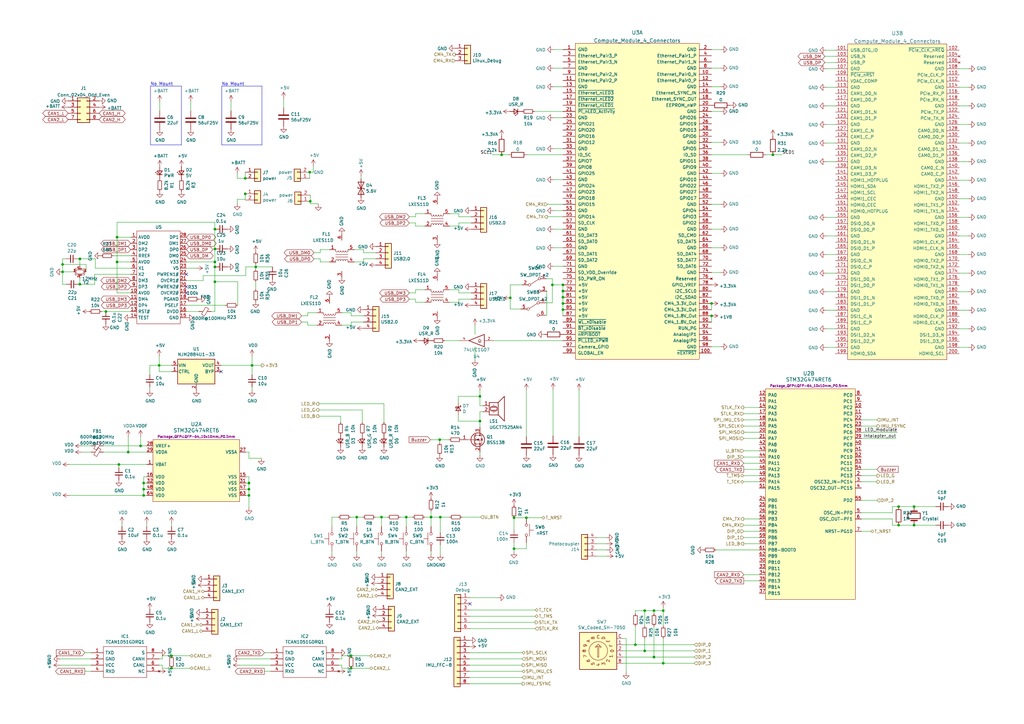
<source format=kicad_sch>
(kicad_sch (version 20230121) (generator eeschema)
  (paper "A3")
  (junction (at 70.358 268.986))
  (junction (at 316.992 63.5))
  (junction (at 100.584 73.152))
  (junction (at 291.846 124.46))
  (junction (at 127.254 82.55))
  (junction (at 88.138 115.57))
  (junction (at 48.006 97.282))
  (junction (at 230.886 127))
  (junction (at 102.108 200.66))
  (junction (at 226.568 116.84))
  (junction (at 65.278 149.86))
  (junction (at 209.296 122.174))
  (junction (at 374.904 207.772))
  (junction (at 230.886 119.38))
  (junction (at 272.034 272.034))
  (junction (at 368.554 215.392))
  (junction (at 146.304 212.09))
  (junction (at 144.018 274.066))
  (junction (at 156.464 212.09))
  (junction (at 264.414 266.954))
  (junction (at 48.768 190.5))
  (junction (at 268.224 269.494))
  (junction (at 210.82 225.044))
  (junction (at 102.108 198.12))
  (junction (at 230.886 121.92))
  (junction (at 58.928 198.12))
  (junction (at 180.34 180.34))
  (junction (at 100.584 79.502))
  (junction (at 215.9 212.344))
  (junction (at 88.138 102.108))
  (junction (at 32.766 106.172))
  (junction (at 88.138 107.442))
  (junction (at 166.624 212.09))
  (junction (at 102.108 203.2))
  (junction (at 368.554 207.772))
  (junction (at 32.766 116.586))
  (junction (at 196.85 172.72))
  (junction (at 58.928 200.66))
  (junction (at 58.928 203.2))
  (junction (at 210.82 212.344))
  (junction (at 291.846 129.54))
  (junction (at 176.784 212.09))
  (junction (at 52.578 185.42))
  (junction (at 144.018 268.986))
  (junction (at 103.378 149.86))
  (junction (at 230.886 124.46))
  (junction (at 272.034 250.444))
  (junction (at 88.138 93.98))
  (junction (at 260.604 264.414))
  (junction (at 104.902 109.474))
  (junction (at 264.414 250.444))
  (junction (at 57.658 182.88))
  (junction (at 25.654 108.458))
  (junction (at 70.358 274.066))
  (junction (at 88.138 109.474))
  (junction (at 25.654 111.506))
  (junction (at 230.886 116.84))
  (junction (at 268.224 250.444))
  (junction (at 205.74 63.5))
  (junction (at 196.85 162.56))
  (junction (at 374.904 215.392))
  (junction (at 180.594 212.09))
  (junction (at 48.006 107.442))
  (junction (at 43.434 127.762))
  (junction (at 127 70.612))
  (no_connect (at 76.454 120.142))
  (no_connect (at 192.786 247.65))
  (no_connect (at 76.454 112.522))
  (no_connect (at 76.454 117.602))
  (no_connect (at 90.678 152.4))
  (wire (pts (xy 338.836 58.674) (xy 342.646 58.674)))
  (wire (pts (xy 148.59 168.148) (xy 148.59 173.228)))
  (wire (pts (xy 126.238 132.08) (xy 123.698 132.08)))
  (wire (pts (xy 368.554 207.772) (xy 366.014 207.772)))
  (wire (pts (xy 224.282 129.286) (xy 223.774 129.286)))
  (wire (pts (xy 214.122 280.416) (xy 192.532 280.416)))
  (wire (pts (xy 210.82 212.344) (xy 215.9 212.344)))
  (wire (pts (xy 230.886 121.92) (xy 230.886 124.46)))
  (wire (pts (xy 41.656 127.762) (xy 43.434 127.762)))
  (wire (pts (xy 60.198 203.2) (xy 58.928 203.2)))
  (wire (pts (xy 139.7 170.688) (xy 139.7 173.228)))
  (wire (pts (xy 213.614 126.746) (xy 209.296 126.746)))
  (wire (pts (xy 58.928 200.66) (xy 60.198 200.66)))
  (wire (pts (xy 39.116 106.172) (xy 32.766 106.172)))
  (wire (pts (xy 210.82 225.044) (xy 210.82 222.504)))
  (wire (pts (xy 43.434 127.762) (xy 53.594 127.762)))
  (wire (pts (xy 170.434 87.63) (xy 174.244 87.63)))
  (wire (pts (xy 397.256 73.914) (xy 393.446 73.914)))
  (wire (pts (xy 66.548 270.256) (xy 66.548 268.986)))
  (wire (pts (xy 60.198 195.58) (xy 58.928 195.58)))
  (wire (pts (xy 230.886 63.5) (xy 216.154 63.5)))
  (wire (pts (xy 268.224 269.494) (xy 284.734 269.494)))
  (wire (pts (xy 227.076 101.6) (xy 230.886 101.6)))
  (wire (pts (xy 148.59 168.148) (xy 130.81 168.148)))
  (wire (pts (xy 76.454 109.982) (xy 80.518 109.982)))
  (wire (pts (xy 194.818 147.574) (xy 194.818 142.24)))
  (wire (pts (xy 237.49 179.07) (xy 237.49 160.02)))
  (wire (pts (xy 104.902 109.474) (xy 104.902 110.49)))
  (wire (pts (xy 311.404 212.852) (xy 305.054 212.852)))
  (polyline (pts (xy 90.932 35.306) (xy 90.932 59.436)))
  (polyline (pts (xy 74.422 35.306) (xy 61.722 35.306)))
  (wire (pts (xy 338.836 20.574) (xy 342.646 20.574)))
  (wire (pts (xy 187.96 165.1) (xy 187.96 162.56)))
  (wire (pts (xy 397.256 58.674) (xy 393.446 58.674)))
  (wire (pts (xy 205.74 63.5) (xy 201.93 63.5)))
  (wire (pts (xy 189.484 212.09) (xy 197.104 212.09)))
  (wire (pts (xy 366.014 210.312) (xy 366.014 207.772)))
  (wire (pts (xy 338.836 119.634) (xy 342.646 119.634)))
  (wire (pts (xy 338.836 28.194) (xy 342.646 28.194)))
  (wire (pts (xy 227.076 73.66) (xy 230.886 73.66)))
  (wire (pts (xy 192.786 250.19) (xy 219.456 250.19)))
  (wire (pts (xy 397.256 134.874) (xy 393.446 134.874)))
  (wire (pts (xy 25.654 111.506) (xy 25.654 108.458)))
  (wire (pts (xy 338.328 25.654) (xy 342.646 25.654)))
  (wire (pts (xy 366.014 212.852) (xy 366.014 215.392)))
  (wire (pts (xy 110.998 275.336) (xy 108.458 275.336)))
  (wire (pts (xy 39.116 109.982) (xy 53.594 109.982)))
  (wire (pts (xy 48.768 190.5) (xy 48.768 191.77)))
  (wire (pts (xy 159.004 212.09) (xy 156.464 212.09)))
  (wire (pts (xy 305.054 169.672) (xy 311.404 169.672)))
  (wire (pts (xy 104.902 115.57) (xy 104.902 118.618)))
  (wire (pts (xy 338.836 127.254) (xy 342.646 127.254)))
  (wire (pts (xy 70.358 152.4) (xy 65.278 152.4)))
  (wire (pts (xy 127.254 80.01) (xy 127.254 82.55)))
  (wire (pts (xy 61.468 160.02) (xy 61.468 158.75)))
  (wire (pts (xy 148.082 73.406) (xy 148.082 72.136)))
  (wire (pts (xy 25.654 116.586) (xy 25.654 111.506)))
  (wire (pts (xy 260.604 264.414) (xy 255.524 264.414)))
  (wire (pts (xy 180.594 212.09) (xy 184.404 212.09)))
  (wire (pts (xy 208.534 63.5) (xy 205.74 63.5)))
  (wire (pts (xy 244.856 228.092) (xy 248.92 228.092)))
  (wire (pts (xy 226.568 114.3) (xy 226.568 116.84)))
  (wire (pts (xy 305.054 220.472) (xy 311.404 220.472)))
  (wire (pts (xy 293.624 225.552) (xy 311.404 225.552)))
  (wire (pts (xy 153.924 212.09) (xy 156.464 212.09)))
  (wire (pts (xy 188.214 118.872) (xy 188.214 120.142)))
  (wire (pts (xy 295.656 142.24) (xy 291.846 142.24)))
  (wire (pts (xy 353.314 217.932) (xy 357.124 217.932)))
  (wire (pts (xy 103.378 149.86) (xy 107.188 149.86)))
  (wire (pts (xy 227.076 20.32) (xy 230.886 20.32)))
  (wire (pts (xy 48.006 107.442) (xy 48.006 120.142)))
  (wire (pts (xy 295.656 93.98) (xy 291.846 93.98)))
  (wire (pts (xy 97.536 115.57) (xy 88.138 115.57)))
  (wire (pts (xy 170.434 122.682) (xy 167.894 122.682)))
  (wire (pts (xy 136.144 226.06) (xy 136.144 227.33)))
  (wire (pts (xy 127.254 82.55) (xy 127.254 83.566)))
  (wire (pts (xy 397.256 81.534) (xy 393.446 81.534)))
  (wire (pts (xy 131.318 102.362) (xy 135.128 102.362)))
  (wire (pts (xy 65.278 152.4) (xy 65.278 149.86)))
  (wire (pts (xy 28.448 203.2) (xy 58.928 203.2)))
  (wire (pts (xy 268.224 250.444) (xy 264.414 250.444)))
  (wire (pts (xy 374.904 215.392) (xy 383.794 215.392)))
  (wire (pts (xy 144.018 268.986) (xy 151.638 268.986)))
  (polyline (pts (xy 61.722 59.436) (xy 74.422 59.436)))
  (wire (pts (xy 227.076 93.98) (xy 230.886 93.98)))
  (wire (pts (xy 264.414 250.444) (xy 260.604 250.444)))
  (wire (pts (xy 260.604 256.794) (xy 260.604 264.414)))
  (wire (pts (xy 215.9 179.07) (xy 215.9 160.02)))
  (wire (pts (xy 338.836 104.394) (xy 342.646 104.394)))
  (wire (pts (xy 187.96 172.72) (xy 187.96 170.18)))
  (wire (pts (xy 215.9 222.504) (xy 215.9 225.044)))
  (wire (pts (xy 268.224 250.444) (xy 268.224 251.714)))
  (wire (pts (xy 359.664 174.752) (xy 353.314 174.752)))
  (wire (pts (xy 204.216 245.11) (xy 192.786 245.11)))
  (wire (pts (xy 140.208 268.986) (xy 144.018 268.986)))
  (wire (pts (xy 196.85 166.37) (xy 196.85 162.56)))
  (wire (pts (xy 102.108 195.58) (xy 102.108 198.12)))
  (wire (pts (xy 127.254 83.566) (xy 130.556 83.566)))
  (wire (pts (xy 170.434 123.952) (xy 174.244 123.952)))
  (wire (pts (xy 192.532 267.716) (xy 214.122 267.716)))
  (wire (pts (xy 149.098 106.172) (xy 154.178 106.172)))
  (wire (pts (xy 58.928 198.12) (xy 60.198 198.12)))
  (wire (pts (xy 33.528 185.42) (xy 37.338 185.42)))
  (wire (pts (xy 70.358 268.986) (xy 77.978 268.986)))
  (wire (pts (xy 58.928 198.12) (xy 58.928 200.66)))
  (wire (pts (xy 368.554 215.392) (xy 374.904 215.392)))
  (wire (pts (xy 102.108 187.96) (xy 107.188 187.96)))
  (wire (pts (xy 144.018 128.27) (xy 144.018 129.54)))
  (wire (pts (xy 214.122 275.336) (xy 192.532 275.336)))
  (wire (pts (xy 311.404 192.532) (xy 305.054 192.532)))
  (wire (pts (xy 61.468 149.86) (xy 61.468 153.67)))
  (wire (pts (xy 383.794 207.772) (xy 374.904 207.772)))
  (wire (pts (xy 210.82 217.424) (xy 210.82 212.344)))
  (wire (pts (xy 397.256 35.814) (xy 393.446 35.814)))
  (wire (pts (xy 104.902 108.458) (xy 104.902 109.474)))
  (wire (pts (xy 60.198 190.5) (xy 48.768 190.5)))
  (wire (pts (xy 397.256 119.634) (xy 393.446 119.634)))
  (wire (pts (xy 223.774 124.206) (xy 226.568 124.206)))
  (wire (pts (xy 226.822 178.816) (xy 226.822 159.766)))
  (wire (pts (xy 140.208 270.256) (xy 140.208 268.986)))
  (wire (pts (xy 295.656 45.72) (xy 291.846 45.72)))
  (wire (pts (xy 35.306 108.458) (xy 25.654 108.458)))
  (wire (pts (xy 182.372 139.7) (xy 188.468 139.7)))
  (wire (pts (xy 180.34 181.61) (xy 180.34 180.34)))
  (wire (pts (xy 100.838 198.12) (xy 102.108 198.12)))
  (wire (pts (xy 192.532 272.796) (xy 214.122 272.796)))
  (wire (pts (xy 180.34 180.34) (xy 184.15 180.34)))
  (wire (pts (xy 224.282 114.3) (xy 226.568 114.3)))
  (wire (pts (xy 397.256 28.194) (xy 393.446 28.194)))
  (wire (pts (xy 305.054 187.452) (xy 311.404 187.452)))
  (wire (pts (xy 224.282 119.38) (xy 224.282 129.286)))
  (wire (pts (xy 100.584 70.612) (xy 100.584 73.152)))
  (wire (pts (xy 272.034 272.034) (xy 284.734 272.034)))
  (wire (pts (xy 338.328 23.114) (xy 342.646 23.114)))
  (wire (pts (xy 260.604 264.414) (xy 284.734 264.414)))
  (wire (pts (xy 50.038 214.63) (xy 50.038 215.9)))
  (wire (pts (xy 48.006 107.442) (xy 48.006 97.282)))
  (wire (pts (xy 140.208 274.066) (xy 144.018 274.066)))
  (wire (pts (xy 170.434 88.9) (xy 170.434 87.63)))
  (wire (pts (xy 305.054 235.712) (xy 311.404 235.712)))
  (wire (pts (xy 192.532 277.876) (xy 214.122 277.876)))
  (wire (pts (xy 102.108 203.2) (xy 102.108 208.28)))
  (wire (pts (xy 187.96 162.56) (xy 196.85 162.56)))
  (wire (pts (xy 188.214 87.63) (xy 188.214 88.9)))
  (wire (pts (xy 65.278 270.256) (xy 66.548 270.256)))
  (polyline (pts (xy 107.442 59.436) (xy 107.442 35.306)))
  (wire (pts (xy 397.256 112.014) (xy 393.446 112.014)))
  (wire (pts (xy 227.076 109.22) (xy 230.886 109.22)))
  (wire (pts (xy 144.018 132.08) (xy 149.098 132.08)))
  (wire (pts (xy 227.076 86.36) (xy 230.886 86.36)))
  (wire (pts (xy 65.278 149.86) (xy 61.468 149.86)))
  (wire (pts (xy 180.594 227.33) (xy 180.594 223.52)))
  (wire (pts (xy 215.9 225.044) (xy 210.82 225.044)))
  (wire (pts (xy 305.054 195.072) (xy 311.404 195.072)))
  (wire (pts (xy 295.656 111.76) (xy 291.846 111.76)))
  (wire (pts (xy 131.318 106.172) (xy 128.778 106.172)))
  (wire (pts (xy 138.938 272.796) (xy 140.208 272.796)))
  (wire (pts (xy 60.198 214.63) (xy 60.198 215.9)))
  (polyline (pts (xy 107.442 35.306) (xy 90.932 35.306)))
  (wire (pts (xy 196.85 172.72) (xy 187.96 172.72)))
  (wire (pts (xy 311.404 223.012) (xy 305.054 223.012)))
  (wire (pts (xy 144.018 129.54) (xy 149.098 129.54)))
  (wire (pts (xy 65.278 146.05) (xy 65.278 149.86)))
  (wire (pts (xy 359.664 197.612) (xy 353.314 197.612)))
  (polyline (pts (xy 74.422 59.436) (xy 74.422 35.306)))
  (wire (pts (xy 188.214 122.682) (xy 188.214 123.952)))
  (wire (pts (xy 176.53 180.34) (xy 180.34 180.34)))
  (wire (pts (xy 196.85 168.91) (xy 196.85 172.72)))
  (wire (pts (xy 78.232 41.656) (xy 78.232 45.466)))
  (wire (pts (xy 255.524 261.874) (xy 256.794 261.874)))
  (wire (pts (xy 88.138 93.98) (xy 88.138 91.186)))
  (wire (pts (xy 103.378 160.02) (xy 103.378 158.75)))
  (wire (pts (xy 149.098 102.362) (xy 149.098 103.632)))
  (wire (pts (xy 116.332 40.386) (xy 116.332 44.196)))
  (wire (pts (xy 338.836 51.054) (xy 342.646 51.054)))
  (wire (pts (xy 230.886 88.9) (xy 224.536 88.9)))
  (wire (pts (xy 98.298 272.796) (xy 110.998 272.796)))
  (wire (pts (xy 156.464 226.06) (xy 156.464 227.33)))
  (wire (pts (xy 397.256 51.054) (xy 393.446 51.054)))
  (wire (pts (xy 38.862 112.522) (xy 38.862 116.586)))
  (wire (pts (xy 103.378 146.05) (xy 103.378 149.86)))
  (wire (pts (xy 94.742 41.656) (xy 94.742 45.466)))
  (wire (pts (xy 314.198 63.5) (xy 316.992 63.5)))
  (wire (pts (xy 88.138 102.108) (xy 88.138 93.98)))
  (wire (pts (xy 368.046 177.292) (xy 353.314 177.292)))
  (wire (pts (xy 39.116 109.982) (xy 39.116 106.172)))
  (wire (pts (xy 272.034 250.444) (xy 268.224 250.444)))
  (wire (pts (xy 272.034 272.034) (xy 272.034 261.874)))
  (wire (pts (xy 397.256 96.774) (xy 393.446 96.774)))
  (wire (pts (xy 145.288 102.362) (xy 149.098 102.362)))
  (wire (pts (xy 126.238 128.27) (xy 130.048 128.27)))
  (wire (pts (xy 169.164 212.09) (xy 166.624 212.09)))
  (wire (pts (xy 374.904 207.772) (xy 368.554 207.772)))
  (wire (pts (xy 311.404 238.252) (xy 305.054 238.252)))
  (wire (pts (xy 110.998 270.256) (xy 98.298 270.256)))
  (wire (pts (xy 37.338 270.256) (xy 24.638 270.256)))
  (wire (pts (xy 130.81 170.688) (xy 139.7 170.688)))
  (wire (pts (xy 209.296 116.84) (xy 209.296 122.174)))
  (wire (pts (xy 338.836 89.154) (xy 342.646 89.154)))
  (wire (pts (xy 88.138 91.186) (xy 48.006 91.186)))
  (wire (pts (xy 180.594 212.09) (xy 176.784 212.09)))
  (wire (pts (xy 226.568 124.206) (xy 226.568 116.84)))
  (wire (pts (xy 76.454 127.762) (xy 81.534 127.762)))
  (wire (pts (xy 219.456 252.73) (xy 192.786 252.73)))
  (wire (pts (xy 146.304 212.09) (xy 146.304 215.9)))
  (wire (pts (xy 166.624 226.06) (xy 166.624 227.33)))
  (wire (pts (xy 316.992 63.5) (xy 320.802 63.5)))
  (wire (pts (xy 66.548 274.066) (xy 70.358 274.066)))
  (wire (pts (xy 35.306 111.506) (xy 35.306 108.458)))
  (wire (pts (xy 28.448 190.5) (xy 48.768 190.5)))
  (wire (pts (xy 104.902 109.474) (xy 111.76 109.474)))
  (wire (pts (xy 126.238 133.35) (xy 130.048 133.35)))
  (wire (pts (xy 131.318 107.442) (xy 131.318 106.172)))
  (wire (pts (xy 48.006 91.186) (xy 48.006 97.282)))
  (wire (pts (xy 272.034 250.444) (xy 272.034 256.794)))
  (wire (pts (xy 170.434 92.71) (xy 170.434 91.44)))
  (wire (pts (xy 166.624 212.09) (xy 164.084 212.09)))
  (wire (pts (xy 295.656 35.56) (xy 291.846 35.56)))
  (wire (pts (xy 102.108 185.42) (xy 102.108 187.96)))
  (wire (pts (xy 57.658 182.88) (xy 42.418 182.88)))
  (wire (pts (xy 219.202 45.72) (xy 230.886 45.72)))
  (wire (pts (xy 176.784 209.55) (xy 176.784 212.09)))
  (wire (pts (xy 397.256 104.394) (xy 393.446 104.394)))
  (wire (pts (xy 103.378 149.86) (xy 103.378 153.67)))
  (wire (pts (xy 166.624 212.09) (xy 166.624 215.9)))
  (wire (pts (xy 88.138 109.474) (xy 88.138 115.57)))
  (wire (pts (xy 311.404 177.292) (xy 305.054 177.292)))
  (wire (pts (xy 65.278 149.86) (xy 70.358 149.86)))
  (wire (pts (xy 65.278 272.796) (xy 66.548 272.796)))
  (wire (pts (xy 128.778 103.632) (xy 131.318 103.632)))
  (wire (pts (xy 397.256 43.434) (xy 393.446 43.434)))
  (wire (pts (xy 66.548 272.796) (xy 66.548 274.066)))
  (wire (pts (xy 167.894 120.142) (xy 170.434 120.142)))
  (wire (pts (xy 149.098 106.172) (xy 149.098 107.442)))
  (wire (pts (xy 126.238 133.35) (xy 126.238 132.08)))
  (wire (pts (xy 128.524 70.612) (xy 127 70.612)))
  (wire (pts (xy 268.224 256.794) (xy 268.224 269.494)))
  (wire (pts (xy 25.654 111.506) (xy 30.226 111.506)))
  (wire (pts (xy 230.886 116.84) (xy 230.886 119.38)))
  (wire (pts (xy 227.076 27.94) (xy 230.886 27.94)))
  (wire (pts (xy 131.318 107.442) (xy 135.128 107.442)))
  (wire (pts (xy 338.836 43.434) (xy 342.646 43.434)))
  (wire (pts (xy 196.85 186.69) (xy 196.85 185.42)))
  (wire (pts (xy 176.784 212.09) (xy 176.784 215.9)))
  (wire (pts (xy 123.698 129.54) (xy 126.238 129.54)))
  (wire (pts (xy 57.658 179.07) (xy 57.658 182.88)))
  (wire (pts (xy 138.938 270.256) (xy 140.208 270.256)))
  (wire (pts (xy 66.548 268.986) (xy 70.358 268.986)))
  (wire (pts (xy 37.338 182.88) (xy 33.528 182.88)))
  (wire (pts (xy 83.312 115.062) (xy 83.312 113.03)))
  (wire (pts (xy 97.536 115.57) (xy 97.536 125.222)))
  (wire (pts (xy 291.846 129.54) (xy 291.846 132.08)))
  (wire (pts (xy 145.288 107.442) (xy 149.098 107.442)))
  (wire (pts (xy 367.538 179.832) (xy 353.314 179.832)))
  (wire (pts (xy 140.208 272.796) (xy 140.208 274.066)))
  (wire (pts (xy 140.208 128.27) (xy 144.018 128.27)))
  (wire (pts (xy 48.006 97.282) (xy 53.594 97.282)))
  (wire (pts (xy 338.836 66.294) (xy 342.646 66.294)))
  (wire (pts (xy 138.684 212.09) (xy 136.144 212.09)))
  (wire (pts (xy 198.12 168.91) (xy 196.85 168.91)))
  (wire (pts (xy 188.214 91.44) (xy 193.294 91.44)))
  (wire (pts (xy 227.076 60.96) (xy 230.886 60.96)))
  (wire (pts (xy 25.654 108.458) (xy 25.654 106.172)))
  (wire (pts (xy 180.594 218.44) (xy 180.594 212.09)))
  (wire (pts (xy 256.794 261.874) (xy 256.794 275.844)))
  (wire (pts (xy 53.594 112.522) (xy 38.862 112.522)))
  (wire (pts (xy 227.076 48.26) (xy 230.886 48.26)))
  (wire (pts (xy 100.838 200.66) (xy 102.108 200.66)))
  (wire (pts (xy 97.282 73.152) (xy 97.282 71.12)))
  (wire (pts (xy 198.12 166.37) (xy 196.85 166.37)))
  (wire (pts (xy 176.784 226.06) (xy 176.784 227.33)))
  (wire (pts (xy 272.034 249.174) (xy 272.034 250.444)))
  (wire (pts (xy 184.404 123.952) (xy 188.214 123.952)))
  (wire (pts (xy 305.054 172.212) (xy 311.404 172.212)))
  (wire (pts (xy 25.654 106.172) (xy 26.924 106.172)))
  (wire (pts (xy 353.314 172.212) (xy 359.664 172.212)))
  (wire (pts (xy 52.578 185.42) (xy 60.198 185.42)))
  (wire (pts (xy 38.862 116.586) (xy 32.766 116.586)))
  (wire (pts (xy 291.846 63.5) (xy 306.578 63.5)))
  (wire (pts (xy 57.658 182.88) (xy 60.198 182.88)))
  (wire (pts (xy 188.214 88.9) (xy 193.294 88.9)))
  (wire (pts (xy 226.568 116.84) (xy 230.886 116.84)))
  (wire (pts (xy 100.584 79.502) (xy 100.584 81.788)))
  (wire (pts (xy 295.656 83.82) (xy 291.846 83.82)))
  (wire (pts (xy 100.584 73.152) (xy 97.282 73.152)))
  (wire (pts (xy 188.214 122.682) (xy 193.294 122.682)))
  (wire (pts (xy 397.256 127.254) (xy 393.446 127.254)))
  (wire (pts (xy 338.836 35.814) (xy 342.646 35.814)))
  (wire (pts (xy 170.434 91.44) (xy 167.894 91.44)))
  (wire (pts (xy 194.818 137.16) (xy 194.818 133.35)))
  (wire (pts (xy 230.886 124.46) (xy 230.886 127)))
  (wire (pts (xy 260.604 250.444) (xy 260.604 251.714)))
  (wire (pts (xy 192.786 255.27) (xy 219.456 255.27)))
  (wire (pts (xy 140.208 133.35) (xy 144.018 133.35)))
  (wire (pts (xy 88.138 127.762) (xy 86.614 127.762)))
  (wire (pts (xy 100.838 113.03) (xy 100.838 109.474)))
  (wire (pts (xy 311.404 189.992) (xy 305.054 189.992)))
  (wire (pts (xy 291.846 124.46) (xy 291.846 127)))
  (wire (pts (xy 27.178 116.586) (xy 25.654 116.586)))
  (wire (pts (xy 53.594 120.142) (xy 48.006 120.142)))
  (wire (pts (xy 210.82 226.314) (xy 210.82 225.044)))
  (wire (pts (xy 215.9 212.344) (xy 222.25 212.344)))
  (wire (pts (xy 83.312 113.03) (xy 100.838 113.03)))
  (wire (pts (xy 146.304 226.06) (xy 146.304 227.33)))
  (wire (pts (xy 70.358 274.066) (xy 77.978 274.066)))
  (wire (pts (xy 359.664 195.072) (xy 353.314 195.072)))
  (wire (pts (xy 338.836 96.774) (xy 342.646 96.774)))
  (wire (pts (xy 157.48 165.608) (xy 157.48 173.228)))
  (wire (pts (xy 108.458 267.716) (xy 110.998 267.716)))
  (wire (pts (xy 34.798 267.716) (xy 37.338 267.716)))
  (wire (pts (xy 148.844 212.09) (xy 146.304 212.09)))
  (wire (pts (xy 188.214 91.44) (xy 188.214 92.71)))
  (wire (pts (xy 46.482 104.902) (xy 53.594 104.902)))
  (wire (pts (xy 338.836 112.014) (xy 342.646 112.014)))
  (wire (pts (xy 230.886 119.38) (xy 230.886 121.92)))
  (wire (pts (xy 224.536 83.82) (xy 230.886 83.82)))
  (wire (pts (xy 176.784 212.09) (xy 174.244 212.09)))
  (wire (pts (xy 97.282 81.788) (xy 97.282 83.566)))
  (wire (pts (xy 230.886 127) (xy 230.886 129.54)))
  (wire (pts (xy 100.584 79.248) (xy 100.584 79.502)))
  (wire (pts (xy 76.454 107.442) (xy 88.138 107.442)))
  (wire (pts (xy 32.766 106.172) (xy 32.004 106.172)))
  (wire (pts (xy 100.838 109.474) (xy 104.902 109.474)))
  (wire (pts (xy 58.928 195.58) (xy 58.928 198.12)))
  (wire (pts (xy 53.594 107.442) (xy 48.006 107.442)))
  (wire (pts (xy 37.338 275.336) (xy 34.798 275.336)))
  (wire (pts (xy 196.85 172.72) (xy 196.85 175.26)))
  (wire (pts (xy 305.054 215.392) (xy 311.404 215.392)))
  (wire (pts (xy 244.856 220.472) (xy 248.666 220.472)))
  (wire (pts (xy 170.434 118.872) (xy 174.244 118.872)))
  (wire (pts (xy 196.85 162.56) (xy 196.85 160.02)))
  (wire (pts (xy 100.838 195.58) (xy 102.108 195.58)))
  (wire (pts (xy 264.414 266.954) (xy 284.734 266.954)))
  (wire (pts (xy 295.656 58.42) (xy 291.846 58.42)))
  (wire (pts (xy 184.404 92.71) (xy 188.214 92.71)))
  (wire (pts (xy 149.098 103.632) (xy 154.178 103.632)))
  (wire (pts (xy 305.054 174.752) (xy 311.404 174.752)))
  (wire (pts (xy 219.456 257.81) (xy 192.786 257.81)))
  (wire (pts (xy 42.418 185.42) (xy 52.578 185.42)))
  (wire (pts (xy 32.766 114.046) (xy 32.766 116.586)))
  (wire (pts (xy 244.856 223.012) (xy 248.666 223.012)))
  (wire (pts (xy 311.404 197.612) (xy 305.054 197.612)))
  (wire (pts (xy 157.48 165.608) (xy 130.81 165.608)))
  (wire (pts (xy 295.656 27.94) (xy 291.846 27.94)))
  (wire (pts (xy 227.076 35.56) (xy 230.886 35.56)))
  (wire (pts (xy 338.836 134.874) (xy 342.646 134.874)))
  (wire (pts (xy 100.838 203.2) (xy 102.108 203.2)))
  (wire (pts (xy 214.122 270.256) (xy 192.532 270.256)))
  (wire (pts (xy 184.404 118.872) (xy 188.214 118.872)))
  (wire (pts (xy 202.438 139.7) (xy 230.886 139.7)))
  (wire (pts (xy 295.656 101.6) (xy 291.846 101.6)))
  (wire (pts (xy 268.224 269.494) (xy 255.524 269.494)))
  (wire (pts (xy 170.434 92.71) (xy 174.244 92.71)))
  (wire (pts (xy 144.018 132.08) (xy 144.018 133.35)))
  (wire (pts (xy 244.856 225.552) (xy 248.92 225.552)))
  (wire (pts (xy 353.314 210.312) (xy 366.014 210.312)))
  (wire (pts (xy 397.256 66.294) (xy 393.446 66.294)))
  (wire (pts (xy 167.894 88.9) (xy 170.434 88.9)))
  (wire (pts (xy 305.054 184.912) (xy 311.404 184.912)))
  (wire (pts (xy 295.656 20.32) (xy 291.846 20.32)))
  (wire (pts (xy 264.414 266.954) (xy 264.414 261.874)))
  (wire (pts (xy 102.108 198.12) (xy 102.108 200.66)))
  (wire (pts (xy 58.928 200.66) (xy 58.928 203.2)))
  (wire (pts (xy 311.404 167.132) (xy 305.054 167.132)))
  (wire (pts (xy 214.122 116.84) (xy 209.296 116.84)))
  (wire (pts (xy 305.054 217.932) (xy 311.404 217.932)))
  (wire (pts (xy 90.678 149.86) (xy 103.378 149.86)))
  (wire (pts (xy 359.664 192.532) (xy 353.314 192.532)))
  (wire (pts (xy 156.464 212.09) (xy 156.464 215.9)))
  (wire (pts (xy 70.358 214.63) (xy 70.358 215.9)))
  (wire (pts (xy 126.238 129.54) (xy 126.238 128.27)))
  (wire (pts (xy 295.656 71.12) (xy 291.846 71.12)))
  (wire (pts (xy 88.138 115.57) (xy 88.138 127.762)))
  (wire (pts (xy 127 70.612) (xy 127 73.152)))
  (wire (pts (xy 76.454 125.222) (xy 92.456 125.222)))
  (wire (pts (xy 131.318 103.632) (xy 131.318 102.362)))
  (wire (pts (xy 209.296 126.746) (xy 209.296 122.174)))
  (wire (pts (xy 144.018 274.066) (xy 151.638 274.066)))
  (wire (pts (xy 88.138 107.442) (xy 88.138 102.108)))
  (wire (pts (xy 338.836 142.494) (xy 342.646 142.494)))
  (wire (pts (xy 188.214 120.142) (xy 193.294 120.142)))
  (wire (pts (xy 366.014 215.392) (xy 368.554 215.392)))
  (wire (pts (xy 143.764 212.09) (xy 146.304 212.09)))
  (wire (pts (xy 397.256 142.494) (xy 393.446 142.494)))
  (wire (pts (xy 32.766 116.586) (xy 32.258 116.586)))
  (wire (pts (xy 88.138 107.442) (xy 88.138 109.474)))
  (polyline (pts (xy 61.722 35.306) (xy 61.722 59.436)))
  (wire (pts (xy 130.556 83.566) (xy 130.556 83.82)))
  (wire (pts (xy 100.584 81.788) (xy 97.282 81.788)))
  (wire (pts (xy 52.578 179.07) (xy 52.578 185.42)))
  (wire (pts (xy 102.108 200.66) (xy 102.108 203.2)))
  (wire (pts (xy 76.454 115.062) (xy 83.312 115.062)))
  (wire (pts (xy 65.532 45.466) (xy 65.532 41.656)))
  (wire (pts (xy 184.404 87.63) (xy 188.214 87.63)))
  (wire (pts (xy 24.638 272.796) (xy 37.338 272.796)))
  (wire (pts (xy 305.054 179.832) (xy 311.404 179.832)))
  (wire (pts (xy 255.524 272.034) (xy 272.034 272.034)))
  (wire (pts (xy 353.314 212.852) (xy 366.014 212.852)))
  (wire (pts (xy 255.524 266.954) (xy 264.414 266.954)))
  (wire (pts (xy 170.434 123.952) (xy 170.434 122.682)))
  (wire (pts (xy 32.766 108.966) (xy 32.766 106.172)))
  (wire (pts (xy 136.144 212.09) (xy 136.144 215.9)))
  (wire (pts (xy 128.524 68.072) (xy 128.524 70.612)))
  (wire (pts (xy 353.314 205.232) (xy 359.664 205.232)))
  (polyline (pts (xy 90.932 59.436) (xy 107.442 59.436)))
  (wire (pts (xy 264.414 250.444) (xy 264.414 256.794)))
  (wire (pts (xy 100.838 185.42) (xy 102.108 185.42)))
  (wire (pts (xy 170.434 120.142) (xy 170.434 118.872)))
  (wire (pts (xy 397.256 89.154) (xy 393.446 89.154)))
  (text "No Mount" (at 90.932 35.306 0) (effects (font (size 1.27 1.27)) (justify left bottom)))
  (text "No Mount" (at 61.722 35.306 0) (effects (font (size 1.27 1.27)) (justify left bottom)))
  (label "Intalapter_out" (at 367.538 179.832 180))
  (label "SCD1" (at 320.802 63.5 0))
  (label "LED_modulate" (at 368.046 177.292 180))
  (label "SCL1" (at 201.93 63.5 180))
  (global_label "USB_DM3" (shape bidirectional) (at 53.594 122.682 180) (property "Intersheetrefs" "${INTERSHEET_REFS}" (effects hide)))
  (global_label "USB_DM1" (shape bidirectional) (at 123.698 129.54 180) (property "Intersheetrefs" "${INTERSHEET_REFS}" (effects hide)))
  (global_label "USB_DP" (shape bidirectional) (at 338.328 25.654 180) (property "Intersheetrefs" "${INTERSHEET_REFS}" (effects hide)))
  (global_label "USB_DP1" (shape bidirectional) (at 123.698 132.08 180) (property "Intersheetrefs" "${INTERSHEET_REFS}" (effects hide)))
  (global_label "CAN2_L" (shape tri_state) (at 27.94 49.022 180) (property "Intersheetrefs" "${INTERSHEET_REFS}" (effects hide)))
  (global_label "USB_DP3" (shape bidirectional) (at 53.594 125.222 180) (property "Intersheetrefs" "${INTERSHEET_REFS}" (effects hide)))
  (global_label "Buzzer" (shape input) (at 359.664 192.532 0) (property "Intersheetrefs" "${INTERSHEET_REFS}" (effects hide)))
  (global_label "USB_DM2" (shape bidirectional) (at 167.894 88.9 180) (property "Intersheetrefs" "${INTERSHEET_REFS}" (effects hide)))
  (global_label "USB_DP0" (shape bidirectional) (at 128.778 106.172 180) (property "Intersheetrefs" "${INTERSHEET_REFS}" (effects hide)))
  (global_label "USB_DM3" (shape bidirectional) (at 167.894 120.142 180) (property "Intersheetrefs" "${INTERSHEET_REFS}" (effects hide)))
  (global_label "USB_DM0" (shape bidirectional) (at 76.454 99.822 0) (property "Intersheetrefs" "${INTERSHEET_REFS}" (effects hide)))
  (global_label "USB_DP" (shape bidirectional) (at 76.454 102.362 0) (property "Intersheetrefs" "${INTERSHEET_REFS}" (effects hide)))
  (global_label "CAN1_TXD" (shape output) (at 305.054 192.532 180) (property "Intersheetrefs" "${INTERSHEET_REFS}" (effects hide)))
  (global_label "CAN2_TXD" (shape input) (at 108.458 267.716 180) (property "Intersheetrefs" "${INTERSHEET_REFS}" (effects hide)))
  (global_label "CAN2_RXD" (shape output) (at 108.458 275.336 180) (property "Intersheetrefs" "${INTERSHEET_REFS}" (effects hide)))
  (global_label "USB_DP0" (shape bidirectional) (at 76.454 97.282 0) (property "Intersheetrefs" "${INTERSHEET_REFS}" (effects hide)))
  (global_label "CAN1_RXD" (shape output) (at 34.798 275.336 180) (property "Intersheetrefs" "${INTERSHEET_REFS}" (effects hide)))
  (global_label "CAN1_H" (shape bidirectional) (at 40.64 46.482 0) (property "Intersheetrefs" "${INTERSHEET_REFS}" (effects hide)))
  (global_label "CAN1_RXD" (shape input) (at 305.054 189.992 180) (property "Intersheetrefs" "${INTERSHEET_REFS}" (effects hide)))
  (global_label "CAN2_RXD" (shape input) (at 305.054 235.712 180) (property "Intersheetrefs" "${INTERSHEET_REFS}" (effects hide)))
  (global_label "CAN1_TXD" (shape input) (at 34.798 267.716 180) (property "Intersheetrefs" "${INTERSHEET_REFS}" (effects hide)))
  (global_label "USB_DP2" (shape bidirectional) (at 167.894 91.44 180) (property "Intersheetrefs" "${INTERSHEET_REFS}" (effects hide)))
  (global_label "Buzzer" (shape input) (at 176.53 180.34 180) (property "Intersheetrefs" "${INTERSHEET_REFS}" (effects hide)))
  (global_label "USB_DM1" (shape bidirectional) (at 53.594 99.822 180) (property "Intersheetrefs" "${INTERSHEET_REFS}" (effects hide)))
  (global_label "USB_DM2" (shape bidirectional) (at 53.594 115.062 180) (property "Intersheetrefs" "${INTERSHEET_REFS}" (effects hide)))
  (global_label "CAN2_H" (shape bidirectional) (at 40.64 49.022 0) (property "Intersheetrefs" "${INTERSHEET_REFS}" (effects hide)))
  (global_label "USB_DM" (shape bidirectional) (at 338.328 23.114 180) (property "Intersheetrefs" "${INTERSHEET_REFS}" (effects hide)))
  (global_label "CAN2_TXD" (shape output) (at 305.054 238.252 180) (property "Intersheetrefs" "${INTERSHEET_REFS}" (effects hide)))
  (global_label "USB_DM" (shape bidirectional) (at 76.454 104.902 0) (property "Intersheetrefs" "${INTERSHEET_REFS}" (effects hide)))
  (global_label "USB_DP3" (shape bidirectional) (at 167.894 122.682 180) (property "Intersheetrefs" "${INTERSHEET_REFS}" (effects hide)))
  (global_label "CAN1_L" (shape bidirectional) (at 27.94 46.482 180) (property "Intersheetrefs" "${INTERSHEET_REFS}" (effects hide)))
  (global_label "USB_DP1" (shape bidirectional) (at 53.594 102.362 180) (property "Intersheetrefs" "${INTERSHEET_REFS}" (effects hide)))
  (global_label "USB_DM0" (shape bidirectional) (at 128.778 103.632 180) (property "Intersheetrefs" "${INTERSHEET_REFS}" (effects hide)))
  (global_label "USB_DP2" (shape bidirectional) (at 53.594 117.602 180) (property "Intersheetrefs" "${INTERSHEET_REFS}" (effects hide)))
  (hierarchical_label "SPI_MOSI" (shape input) (at 214.122 270.256 0))
  (hierarchical_label "U_BTN" (shape input) (at 197.104 212.09 0))
  (hierarchical_label "T_TMS" (shape bidirectional) (at 305.054 195.072 180))
  (hierarchical_label "CM4_RX" (shape input) (at 224.536 83.82 180))
  (hierarchical_label "CAN2_H" (shape bidirectional) (at 154.94 241.808 180))
  (hierarchical_label "CAN1_H" (shape bidirectional) (at 77.978 268.986 0))
  (hierarchical_label "CAN1_L" (shape bidirectional) (at 77.978 274.066 0))
  (hierarchical_label "CAN1_L" (shape bidirectional) (at 83.82 245.11 180))
  (hierarchical_label "STLK_RX" (shape input) (at 305.054 169.672 180))
  (hierarchical_label "CM4_TX" (shape output) (at 305.054 212.852 180))
  (hierarchical_label "LED_B" (shape output) (at 130.81 170.688 180))
  (hierarchical_label "CM4_TX" (shape output) (at 224.536 88.9 180))
  (hierarchical_label "SPI_MISO" (shape output) (at 214.122 272.796 0))
  (hierarchical_label "T_TCK" (shape bidirectional) (at 305.054 197.612 180))
  (hierarchical_label "CAN2_L" (shape bidirectional) (at 151.638 274.066 0))
  (hierarchical_label "DIP_3" (shape input) (at 284.734 272.034 0))
  (hierarchical_label "T_NRST" (shape bidirectional) (at 222.25 212.344 0))
  (hierarchical_label "T_TMS" (shape bidirectional) (at 219.456 252.73 0))
  (hierarchical_label "STLK_RX" (shape input) (at 219.456 257.81 0))
  (hierarchical_label "DIP_1" (shape input) (at 284.734 266.954 0))
  (hierarchical_label "LED_R" (shape output) (at 130.81 165.608 180))
  (hierarchical_label "CAN2_L" (shape bidirectional) (at 155.448 257.556 180))
  (hierarchical_label "LED_G" (shape output) (at 130.81 168.148 180))
  (hierarchical_label "SPI_MISO" (shape output) (at 305.054 177.292 180))
  (hierarchical_label "CAN2_H" (shape bidirectional) (at 151.638 268.986 0))
  (hierarchical_label "SPI_SCLK" (shape bidirectional) (at 214.122 267.716 0))
  (hierarchical_label "STLK_TX" (shape output) (at 305.054 167.132 180))
  (hierarchical_label "IMU_FSYNC" (shape output) (at 359.664 174.752 0))
  (hierarchical_label "T_NRST" (shape bidirectional) (at 357.124 217.932 0))
  (hierarchical_label "CM4_RX" (shape input) (at 186.69 24.892 180))
  (hierarchical_label "T_TCK" (shape bidirectional) (at 219.456 250.19 0))
  (hierarchical_label "U_BTN" (shape input) (at 305.054 184.912 180))
  (hierarchical_label "DIP_1" (shape input) (at 305.054 220.472 180))
  (hierarchical_label "SPI_IMU_CS" (shape bidirectional) (at 214.122 275.336 0))
  (hierarchical_label "IMU_FSYNC" (shape output) (at 214.122 280.416 0))
  (hierarchical_label "STLK_TX" (shape output) (at 219.456 255.27 0))
  (hierarchical_label "CM4_RX" (shape input) (at 305.054 215.392 180))
  (hierarchical_label "CAN2_L" (shape bidirectional) (at 154.94 244.348 180))
  (hierarchical_label "DIP_2" (shape input) (at 359.664 205.232 0))
  (hierarchical_label "DIP_0" (shape input) (at 305.054 217.932 180))
  (hierarchical_label "SPI_IMU_CS" (shape bidirectional) (at 305.054 172.212 180))
  (hierarchical_label "LED_R" (shape output) (at 359.664 197.612 0))
  (hierarchical_label "IMU_INT" (shape input) (at 359.664 172.212 0))
  (hierarchical_label "DIP_3" (shape input) (at 305.054 187.452 180))
  (hierarchical_label "DIP_2" (shape input) (at 284.734 269.494 0))
  (hierarchical_label "LED_B" (shape output) (at 305.054 223.012 180))
  (hierarchical_label "IMU_INT" (shape input) (at 214.122 277.876 0))
  (hierarchical_label "CAN1_H" (shape bidirectional) (at 83.058 256.286 180))
  (hierarchical_label "SPI_SCLK" (shape bidirectional) (at 305.054 174.752 180))
  (hierarchical_label "SPI_MOSI" (shape input) (at 305.054 179.832 180))
  (hierarchical_label "CM4_TX" (shape output) (at 186.69 22.352 180))
  (hierarchical_label "+3V3" (shape output) (at 107.188 149.86 0))
  (hierarchical_label "DIP_0" (shape input) (at 284.734 264.414 0))
  (hierarchical_label "CAN2_H" (shape bidirectional) (at 155.448 255.016 180))
  (hierarchical_label "LED_G" (shape output) (at 359.664 195.072 0))
  (hierarchical_label "CAN1_H" (shape bidirectional) (at 83.82 242.57 180))
  (hierarchical_label "CAN1_L" (shape bidirectional) (at 83.058 258.826 180))
  (symbol (lib_id "power:GND") (at 148.082 81.026 0) (unit 1)
    (property "Reference" "#PWR061" (effects hide))
    (property "Value" "GND" (at 148.209 85.4202 0))
  )
  (symbol (lib_id "power:+5V") (at 24.638 272.796 90) (unit 1)
    (property "Reference" "#PWR02" (effects hide))
    (property "Value" "+5V" (at 20.2438 272.415 0))
  )
  (symbol (lib_id "Connector_Generic:Conn_01x06") (at 187.706 250.19 0) (mirror y) (unit 1)
    (property "Reference" "J13" (at 189.7888 239.5982 0))
    (property "Value" "Debug" (at 189.7888 241.9096 0))
    (property "Footprint" "my_footprint:ZH_6T" (effects hide))
  )
  (symbol (lib_id "power:GND") (at 70.358 220.98 0) (unit 1)
    (property "Reference" "#PWR029" (effects hide))
    (property "Value" "GND" (at 70.485 225.3742 0))
  )
  (symbol (lib_id "power:GND") (at 76.454 130.302 90) (unit 1)
    (property "Reference" "#PWR0170" (effects hide))
    (property "Value" "GND" (at 78.994 133.35 0))
  )
  (symbol (lib_id "power:GND") (at 81.534 122.682 90) (unit 1)
    (property "Reference" "#PWR0174" (effects hide))
    (property "Value" "GND" (at 85.598 122.936 0))
  )
  (symbol (lib_id "power:GND") (at 194.818 147.574 0) (mirror y) (unit 1)
    (property "Reference" "#PWR0167" (effects hide))
    (property "Value" "GND" (at 194.691 150.8252 90) (effects (justify right)))
  )
  (symbol (lib_id "Device:R_Small") (at 161.544 212.09 270) (mirror x) (unit 1)
    (property "Reference" "R10" (at 161.544 214.63 90))
    (property "Value" "470" (at 161.544 217.17 90))
    (property "Footprint" "Resistor_SMD:R_0603_1608Metric_Pad0.98x0.95mm_HandSolder" (effects hide))
  )
  (symbol (lib_id "power:GND") (at 388.874 207.772 90) (unit 1)
    (property "Reference" "#PWR0144" (effects hide))
    (property "Value" "GND" (at 392.1252 207.645 90) (effects (justify right)))
  )
  (symbol (lib_id "Device:R_Small") (at 39.116 127.762 90) (unit 1)
    (property "Reference" "R22" (at 39.116 122.8811 90))
    (property "Value" "10k" (at 39.116 125.3053 90))
    (property "Footprint" "Resistor_SMD:R_0201_0603Metric_Pad0.64x0.40mm_HandSolder" (effects hide))
  )
  (symbol (lib_id "power:GND") (at 176.784 227.33 0) (unit 1)
    (property "Reference" "#PWR076" (effects hide))
    (property "Value" "GND" (at 176.911 231.7242 0))
  )
  (symbol (lib_id "power:GND") (at 104.902 123.698 0) (unit 1)
    (property "Reference" "#PWR0172" (effects hide))
    (property "Value" "GND" (at 104.648 127.762 0))
  )
  (symbol (lib_id "Connector_Generic:Conn_01x04") (at 88.138 253.746 0) (unit 1)
    (property "Reference" "J2" (at 90.17 253.9492 0) (effects (justify left)))
    (property "Value" "CAN1_EXT" (at 90.17 256.2606 0) (effects (justify left)))
    (property "Footprint" "Connector_Hirose:Hirose_DF13-04P-1.25DSA_1x04_P1.25mm_Vertical" (effects hide))
  )
  (symbol (lib_id "power:GND") (at 397.256 112.014 90) (unit 1)
    (property "Reference" "#PWR0157" (effects hide))
    (property "Value" "GND" (at 400.5072 111.887 90) (effects (justify right)))
  )
  (symbol (lib_id "Connector_Generic:Conn_01x04") (at 198.374 120.142 0) (unit 1)
    (property "Reference" "J17" (at 200.406 120.3452 0) (effects (justify left)))
    (property "Value" "USB2.0" (at 200.406 122.6566 0) (effects (justify left)))
    (property "Footprint" "Connector_Hirose:Hirose_DF13-04P-1.25DS_1x04_P1.25mm_Horizontal" (effects hide))
  )
  (symbol (lib_id "Device:LED_Small") (at 139.7 180.848 90) (unit 1)
    (property "Reference" "D3" (at 144.907 180.848 0))
    (property "Value" "USR_B" (at 142.5956 180.848 0))
    (property "Footprint" "LED_SMD:LED_0603_1608Metric_Pad1.05x0.95mm_HandSolder" (effects hide))
  )
  (symbol (lib_id "power:+5V") (at 61.468 249.936 0) (unit 1)
    (property "Reference" "#PWR019" (effects hide))
    (property "Value" "+5V" (at 61.849 245.5418 0))
  )
  (symbol (lib_id "power:GND") (at 227.076 93.98 270) (unit 1)
    (property "Reference" "#PWR0102" (effects hide))
    (property "Value" "GND" (at 223.8248 94.107 90) (effects (justify right)))
  )
  (symbol (lib_id "Device:R") (at 368.554 211.582 0) (unit 1)
    (property "Reference" "R32" (at 370.332 210.4136 0) (effects (justify left)))
    (property "Value" "1M" (at 370.332 212.725 0) (effects (justify left)))
    (property "Footprint" "Resistor_SMD:R_0603_1608Metric_Pad0.98x0.95mm_HandSolder" (effects hide))
  )
  (symbol (lib_id "power:GND") (at 116.332 51.816 0) (unit 1)
    (property "Reference" "#PWR050" (effects hide))
    (property "Value" "GND" (at 116.459 56.2102 0))
  )
  (symbol (lib_id "power:GND") (at 226.822 186.436 0) (unit 1)
    (property "Reference" "#PWR094" (effects hide))
    (property "Value" "GND" (at 226.949 190.8302 0))
  )
  (symbol (lib_id "power:+3.3VA") (at 291.846 124.46 270) (unit 1)
    (property "Reference" "#PWR0114" (effects hide))
    (property "Value" "+3.3VA" (at 295.021 124.939 90) (effects (justify left)))
  )
  (symbol (lib_id "power:GND") (at 338.836 20.574 270) (unit 1)
    (property "Reference" "#PWR0129" (effects hide))
    (property "Value" "GND" (at 335.5848 20.701 90) (effects (justify right)))
  )
  (symbol (lib_id "power:GND") (at 179.324 99.06 0) (unit 1)
    (property "Reference" "#PWR0180" (effects hide))
    (property "Value" "GND" (at 179.451 102.3112 90) (effects (justify right)))
  )
  (symbol (lib_id "Device:C_Small") (at 90.678 109.474 90) (mirror x) (unit 1)
    (property "Reference" "C23" (at 90.6844 103.7676 90))
    (property "Value" "10u" (at 90.6844 106.1918 90))
    (property "Footprint" "Capacitor_SMD:C_0603_1608Metric_Pad1.08x0.95mm_HandSolder" (effects hide))
  )
  (symbol (lib_id "power:GND") (at 41.402 104.902 270) (unit 1)
    (property "Reference" "#PWR0173" (effects hide))
    (property "Value" "GND" (at 37.0078 105.029 0))
  )
  (symbol (lib_id "Device:C_Small") (at 29.464 106.172 270) (unit 1)
    (property "Reference" "C20" (at 29.4576 100.4656 90))
    (property "Value" "22p" (at 29.4576 102.8898 90))
    (property "Footprint" "Capacitor_SMD:C_0603_1608Metric_Pad1.08x0.95mm_HandSolder" (effects hide))
  )
  (symbol (lib_id "power:GND") (at 139.7 183.388 0) (unit 1)
    (property "Reference" "#PWR058" (effects hide))
    (property "Value" "GND" (at 139.827 187.7822 0))
  )
  (symbol (lib_id "power:GND") (at 338.836 112.014 270) (unit 1)
    (property "Reference" "#PWR0139" (effects hide))
    (property "Value" "GND" (at 335.5848 112.141 90) (effects (justify right)))
  )
  (symbol (lib_id "power:+5V") (at 65.278 146.05 0) (unit 1)
    (property "Reference" "#PWR021" (effects hide))
    (property "Value" "+5V" (at 65.659 141.6558 0))
  )
  (symbol (lib_id "power:+BATT") (at 40.64 43.942 270) (unit 1)
    (property "Reference" "#PWR010" (effects hide))
    (property "Value" "+BATT" (at 43.8912 44.323 90) (effects (justify left)))
  )
  (symbol (lib_id "power:+5V") (at 128.524 68.072 0) (unit 1)
    (property "Reference" "#PWR0162" (effects hide))
    (property "Value" "+5V" (at 128.905 63.6778 0))
  )
  (symbol (lib_id "Device:Q_NMOS_GSD") (at 194.31 180.34 0) (unit 1)
    (property "Reference" "Q1" (at 199.5424 179.1716 0) (effects (justify left)))
    (property "Value" "BSS138" (at 199.5424 181.483 0) (effects (justify left)))
    (property "Footprint" "Package_TO_SOT_SMD:SOT-23" (effects hide))
  )
  (symbol (lib_id "power:+3.3V") (at 176.784 204.47 0) (unit 1)
    (property "Reference" "#PWR075" (effects hide))
    (property "Value" "+3.3V" (at 177.165 200.0758 0))
  )
  (symbol (lib_id "power:GND") (at 157.48 183.388 0) (unit 1)
    (property "Reference" "#PWR070" (effects hide))
    (property "Value" "GND" (at 157.607 187.7822 0))
  )
  (symbol (lib_id "power:GND") (at 397.256 89.154 90) (unit 1)
    (property "Reference" "#PWR0154" (effects hide))
    (property "Value" "GND" (at 400.5072 89.027 90) (effects (justify right)))
  )
  (symbol (lib_id "power:GND") (at 397.256 134.874 90) (unit 1)
    (property "Reference" "#PWR0160" (effects hide))
    (property "Value" "GND" (at 400.5072 134.747 90) (effects (justify right)))
  )
  (symbol (lib_id "Device:C_Small") (at 386.334 215.392 90) (mirror x) (unit 1)
    (property "Reference" "C19" (at 386.334 221.742 90))
    (property "Value" "4pF" (at 386.334 219.202 90))
    (property "Footprint" "Capacitor_SMD:C_0805_2012Metric" (effects hide))
  )
  (symbol (lib_id "power:VDD") (at 28.448 203.2 90) (unit 1)
    (property "Reference" "#PWR06" (effects hide))
    (property "Value" "VDD" (at 25.2222 202.7428 90) (effects (justify left)))
  )
  (symbol (lib_id "Connector_Generic:Conn_01x04") (at 239.776 225.552 180) (unit 1)
    (property "Reference" "J14" (at 237.744 225.3488 0) (effects (justify left)))
    (property "Value" "Photocoupler" (at 237.744 223.0374 0) (effects (justify left)))
    (property "Footprint" "Connector_Hirose:Hirose_DF13-04P-1.25DS_1x04_P1.25mm_Horizontal" (effects hide))
  )
  (symbol (lib_id "Connector_Generic:Conn_01x04") (at 154.178 129.54 0) (unit 1)
    (property "Reference" "J15" (at 156.21 129.7432 0) (effects (justify left)))
    (property "Value" "USB2.0" (at 156.21 132.0546 0) (effects (justify left)))
    (property "Footprint" "Connector_Hirose:Hirose_DF13-04P-1.25DS_1x04_P1.25mm_Horizontal" (effects hide))
  )
  (symbol (lib_id "power:+5V") (at 196.85 160.02 0) (unit 1)
    (property "Reference" "#PWR081" (effects hide))
    (property "Value" "+5V" (at 197.231 155.6258 0))
  )
  (symbol (lib_id "power:VDDF") (at 57.658 179.07 0) (unit 1)
    (property "Reference" "#PWR015" (effects hide))
    (property "Value" "VDDF" (at 58.0898 174.6758 0))
  )
  (symbol (lib_id "power:GND") (at 103.378 160.02 0) (unit 1)
    (property "Reference" "#PWR046" (effects hide))
    (property "Value" "GND" (at 103.505 164.4142 0))
  )
  (symbol (lib_id "Device:R_Small") (at 179.832 139.7 90) (unit 1)
    (property "Reference" "R20" (at 179.832 142.24 90))
    (property "Value" "10k" (at 179.832 144.78 90))
    (property "Footprint" "Resistor_SMD:R_0603_1608Metric_Pad0.98x0.95mm_HandSolder" (effects hide))
  )
  (symbol (lib_id "power:VDD") (at 103.378 146.05 0) (unit 1)
    (property "Reference" "#PWR045" (effects hide))
    (property "Value" "VDD" (at 103.8098 141.6558 0))
  )
  (symbol (lib_id "Device:C_Small") (at 180.594 220.98 0) (unit 1)
    (property "Reference" "C13" (at 182.9308 219.8116 0) (effects (justify left)))
    (property "Value" "100n" (at 182.9308 222.123 0) (effects (justify left)))
    (property "Footprint" "Capacitor_SMD:C_0201_0603Metric_Pad0.64x0.40mm_HandSolder" (effects hide))
  )
  (symbol (lib_id "Switch:SW_Push") (at 215.9 217.424 270) (mirror x) (unit 1)
    (property "Reference" "SW6" (at 223.52 216.154 90) (effects (justify right)))
    (property "Value" "nRST" (at 224.79 218.694 90) (effects (justify right)))
    (property "Footprint" "my_footprint:SW_" (effects hide))
  )
  (symbol (lib_id "power:+3.3V") (at 248.666 223.012 270) (unit 1)
    (property "Reference" "#PWR051" (effects hide))
    (property "Value" "+3.3V" (at 253.0602 223.393 0))
  )
  (symbol (lib_id "power:VDD") (at 28.448 190.5 90) (unit 1)
    (property "Reference" "#PWR05" (effects hide))
    (property "Value" "VDD" (at 25.2222 190.0428 90) (effects (justify left)))
  )
  (symbol (lib_id "power:+BATT") (at 65.532 41.656 0) (unit 1)
    (property "Reference" "#PWR024" (effects hide))
    (property "Value" "+BATT" (at 65.913 37.2618 0))
  )
  (symbol (lib_id "Device:C_Small") (at 29.718 116.586 270) (mirror x) (unit 1)
    (property "Reference" "C21" (at 29.7116 122.2924 90))
    (property "Value" "22p" (at 29.7116 119.8682 90))
    (property "Footprint" "Capacitor_SMD:C_0603_1608Metric_Pad1.08x0.95mm_HandSolder" (effects hide))
  )
  (symbol (lib_id "power:GND") (at 192.532 262.636 90) (mirror x) (unit 1)
    (property "Reference" "#PWR079" (effects hide))
    (property "Value" "GND" (at 195.7832 262.763 90) (effects (justify right)))
  )
  (symbol (lib_id "Device:C_Small") (at 210.82 219.964 0) (mirror y) (unit 1)
    (property "Reference" "C14" (at 208.4832 218.7956 0) (effects (justify left)))
    (property "Value" "100n" (at 208.4832 221.107 0) (effects (justify left)))
    (property "Footprint" "Capacitor_SMD:C_0805_2012Metric_Pad1.18x1.45mm_HandSolder" (effects hide))
  )
  (symbol (lib_id "power:GND") (at 295.656 93.98 90) (unit 1)
    (property "Reference" "#PWR0123" (effects hide))
    (property "Value" "GND" (at 298.9072 93.853 90) (effects (justify right)))
  )
  (symbol (lib_id "power:+5V") (at 215.9 160.02 0) (unit 1)
    (property "Reference" "#PWR089" (effects hide))
    (property "Value" "+5V" (at 216.281 155.6258 0))
  )
  (symbol (lib_id "power:GND") (at 179.324 81.28 180) (unit 1)
    (property "Reference" "#PWR0179" (effects hide))
    (property "Value" "GND" (at 179.197 78.0288 90) (effects (justify right)))
  )
  (symbol (lib_id "power:GND") (at 397.256 66.294 90) (unit 1)
    (property "Reference" "#PWR0151" (effects hide))
    (property "Value" "GND" (at 400.5072 66.167 90) (effects (justify right)))
  )
  (symbol (lib_id "power:+5V") (at 209.296 122.174 90) (unit 1)
    (property "Reference" "#PWR092" (effects hide))
    (property "Value" "+5V" (at 204.216 122.174 90))
  )
  (symbol (lib_id "Device:C_Small") (at 90.678 102.108 90) (mirror x) (unit 1)
    (property "Reference" "C25" (at 90.6844 96.4016 90))
    (property "Value" "1u" (at 90.6844 98.8258 90))
    (property "Footprint" "Capacitor_SMD:C_0603_1608Metric_Pad1.08x0.95mm_HandSolder" (effects hide))
  )
  (symbol (lib_id "Device:C") (at 94.742 49.276 0) (unit 1)
    (property "Reference" "C9" (at 97.663 48.1076 0) (effects (justify left)))
    (property "Value" "56uF25V" (at 97.663 50.419 0) (effects (justify left)))
    (property "Footprint" "Capacitor_THT:CP_Radial_D6.3mm_P2.50mm" (effects hide))
  )
  (symbol (lib_id "Device:Crystal") (at 374.904 211.582 270) (unit 1)
    (property "Reference" "Y1" (at 378.2314 210.4136 90) (effects (justify left)))
    (property "Value" "Crystal" (at 378.2314 212.725 90) (effects (justify left)))
    (property "Footprint" "Crystal:Crystal_SMD_5032-2Pin_5.0x3.2mm" (effects hide))
  )
  (symbol (lib_id "power:+5V") (at 98.298 272.796 90) (unit 1)
    (property "Reference" "#PWR042" (effects hide))
    (property "Value" "+5V" (at 93.9038 272.415 0))
  )
  (symbol (lib_id "power:GND") (at 295.656 27.94 90) (unit 1)
    (property "Reference" "#PWR0117" (effects hide))
    (property "Value" "GND" (at 298.9072 27.813 90) (effects (justify right)))
  )
  (symbol (lib_id "power:GND") (at 78.232 53.086 0) (unit 1)
    (property "Reference" "#PWR033" (effects hide))
    (property "Value" "GND" (at 78.359 57.4802 0))
  )
  (symbol (lib_id "power:GND") (at 93.218 102.108 90) (unit 1)
    (property "Reference" "#PWR0189" (effects hide))
    (property "Value" "GND" (at 97.282 102.362 0))
  )
  (symbol (lib_id "power:GND") (at 397.256 28.194 90) (unit 1)
    (property "Reference" "#PWR0146" (effects hide))
    (property "Value" "GND" (at 400.5072 28.067 90) (effects (justify right)))
  )
  (symbol (lib_id "Switch:SW_Push") (at 146.304 220.98 90) (unit 1)
    (property "Reference" "SW2" (at 138.684 219.71 90) (effects (justify right)))
    (property "Value" "T_BTN" (at 137.414 222.25 90) (effects (justify right)))
    (property "Footprint" "my_footprint:SW_" (effects hide))
  )
  (symbol (lib_id "nobis_next_mother_vim3-rescue:STM32G474RET6-mylibrary-nobis_next_mother_vim3-rescue") (at 331.724 202.692 0) (unit 2)
    (property "Reference" "U2" (at 331.724 153.162 0) (effects (font (size 1.524 1.524))))
    (property "Value" "STM32G474RET6" (at 331.724 155.702 0) (effects (font (size 1.524 1.524))))
    (property "Footprint" "Package_QFP:LQFP-64_10x10mm_P0.5mm" (at 331.724 158.242 0) (effects (font (size 0.9906 0.9906))))
  )
  (symbol (lib_id "power:GND") (at 338.836 58.674 270) (unit 1)
    (property "Reference" "#PWR0134" (effects hide))
    (property "Value" "GND" (at 335.5848 58.801 90) (effects (justify right)))
  )
  (symbol (lib_id "power:+5V") (at 65.278 275.336 270) (unit 1)
    (property "Reference" "#PWR023" (effects hide))
    (property "Value" "+5V" (at 69.6722 275.717 0))
  )
  (symbol (lib_id "Device:Ferrite_Bead_Small") (at 84.074 127.762 270) (unit 1)
    (property "Reference" "FB3" (at 84.074 121.7422 90))
    (property "Value" "600R@100MHz" (at 85.852 130.556 90))
    (property "Footprint" "Inductor_SMD:L_0805_2012Metric" (effects hide))
  )
  (symbol (lib_id "power:GND") (at 397.256 142.494 90) (unit 1)
    (property "Reference" "#PWR0161" (effects hide))
    (property "Value" "GND" (at 400.5072 142.367 90) (effects (justify right)))
  )
  (symbol (lib_id "power:GND") (at 186.69 19.812 270) (unit 1)
    (property "Reference" "#PWR071" (effects hide))
    (property "Value" "GND" (at 183.4388 19.939 90) (effects (justify right)))
  )
  (symbol (lib_id "power:GND") (at 24.638 270.256 270) (unit 1)
    (property "Reference" "#PWR01" (effects hide))
    (property "Value" "GND" (at 20.2438 270.383 0))
  )
  (symbol (lib_id "power:GND") (at 80.518 160.02 0) (unit 1)
    (property "Reference" "#PWR034" (effects hide))
    (property "Value" "GND" (at 80.645 164.4142 0))
  )
  (symbol (lib_id "power:GND") (at 227.076 60.96 270) (unit 1)
    (property "Reference" "#PWR099" (effects hide))
    (property "Value" "GND" (at 223.8248 61.087 90) (effects (justify right)))
  )
  (symbol (lib_id "power:GND") (at 204.216 245.11 90) (unit 1)
    (property "Reference" "#PWR083" (effects hide))
    (property "Value" "GND" (at 207.4672 244.983 90) (effects (justify right)))
  )
  (symbol (lib_id "Device:LED_Small") (at 65.532 70.866 90) (unit 1)
    (property "Reference" "D1" (at 67.2592 69.6976 90) (effects (justify right)))
    (property "Value" "PWR" (at 67.2592 72.009 90) (effects (justify right)))
    (property "Footprint" "LED_SMD:LED_0603_1608Metric_Pad1.05x0.95mm_HandSolder" (effects hide))
  )
  (symbol (lib_id "Device:D_TVS") (at 148.082 77.216 270) (unit 1)
    (property "Reference" "D4" (at 150.0886 76.0476 90) (effects (justify left)))
    (property "Value" "5.6V" (at 150.0886 78.359 90) (effects (justify left)))
    (property "Footprint" "Diode_SMD:D_SOD-123" (effects hide))
  )
  (symbol (lib_id "power:GND") (at 130.556 83.82 0) (unit 1)
    (property "Reference" "#PWR0163" (effects hide))
    (property "Value" "GND" (at 130.683 70.6882 0))
  )
  (symbol (lib_id "Device:C_Small") (at 50.038 218.44 0) (unit 1)
    (property "Reference" "C2" (at 52.3748 217.2716 0) (effects (justify left)))
    (property "Value" "10uF" (at 52.3748 219.583 0) (effects (justify left)))
    (property "Footprint" "Capacitor_SMD:C_0805_2012Metric" (effects hide))
  )
  (symbol (lib_id "power:+5V") (at 193.294 125.222 90) (unit 1)
    (property "Reference" "#PWR0186" (effects hide))
    (property "Value" "+5V" (at 190.0428 124.841 90) (effects (justify left)))
  )
  (symbol (lib_id "power:GND") (at 102.108 208.28 0) (unit 1)
    (property "Reference" "#PWR044" (effects hide))
    (property "Value" "GND" (at 102.235 212.6742 0))
  )
  (symbol (lib_id "power:GND") (at 97.282 83.566 0) (unit 1)
    (property "Reference" "#PWR0165" (effects hide))
    (property "Value" "GND" (at 97.409 87.9602 0))
  )
  (symbol (lib_id "Connector_Generic:Conn_01x04") (at 160.528 252.476 0) (unit 1)
    (property "Reference" "J9" (at 162.56 252.6792 0) (effects (justify left)))
    (property "Value" "CAN2_EXT" (at 162.56 254.9906 0) (effects (justify left)))
    (property "Footprint" "Connector_Hirose:Hirose_DF13-04P-1.25DSA_1x04_P1.25mm_Vertical" (effects hide))
  )
  (symbol (lib_id "Device:Speaker_Crystal") (at 203.2 166.37 0) (unit 1)
    (property "Reference" "LS1" (at 200.66 172.72 0) (effects (justify left)))
    (property "Value" "UGCT7525AN4" (at 200.66 175.26 0) (effects (justify left)))
    (property "Footprint" "mylibrary:UGCT7525AN4" (effects hide))
  )
  (symbol (lib_id "Device:R_Small") (at 180.34 184.15 180) (unit 1)
    (property "Reference" "R13" (at 185.3184 184.15 90))
    (property "Value" "10k" (at 183.007 184.15 90))
    (property "Footprint" "Resistor_SMD:R_0603_1608Metric_Pad0.98x0.95mm_HandSolder" (effects hide))
  )
  (symbol (lib_id "power:VDD") (at 33.528 185.42 90) (unit 1)
    (property "Reference" "#PWR08" (effects hide))
    (property "Value" "VDD" (at 30.3022 184.9628 90) (effects (justify left)))
  )
  (symbol (lib_id "device:R") (at 295.656 43.18 90) (unit 1)
    (property "Reference" "R29" (at 295.656 38.1975 90))
    (property "Value" "0" (at 295.656 40.9726 90))
    (property "Footprint" "Resistor_SMD:R_0603_1608Metric_Pad0.98x0.95mm_HandSolder" (effects hide))
  )
  (symbol (lib_id "power:GND") (at 295.656 101.6 90) (unit 1)
    (property "Reference" "#PWR0124" (effects hide))
    (property "Value" "GND" (at 298.9072 101.473 90) (effects (justify right)))
  )
  (symbol (lib_id "Device:R_Small") (at 176.784 207.01 0) (mirror y) (unit 1)
    (property "Reference" "R12" (at 179.324 207.01 90))
    (property "Value" "1k" (at 181.864 207.01 90))
    (property "Footprint" "Resistor_SMD:R_0603_1608Metric_Pad0.98x0.95mm_HandSolder" (effects hide))
  )
  (symbol (lib_id "power:+5V") (at 80.518 109.982 270) (unit 1)
    (property "Reference" "#PWR0169" (effects hide))
    (property "Value" "+5V" (at 84.9122 110.363 0))
  )
  (symbol (lib_id "power:GND") (at 397.256 43.434 90) (unit 1)
    (property "Reference" "#PWR0148" (effects hide))
    (property "Value" "GND" (at 400.5072 43.307 90) (effects (justify right)))
  )
  (symbol (lib_id "Device:R_Small") (at 78.994 122.682 90) (unit 1)
    (property "Reference" "R33" (at 78.994 117.8011 90))
    (property "Value" "100k" (at 78.994 120.2253 90))
    (property "Footprint" "Resistor_SMD:R_0603_1608Metric_Pad0.98x0.95mm_HandSolder" (effects hide))
  )
  (symbol (lib_id "Device:R_Small") (at 272.034 259.334 0) (mirror y) (unit 1)
    (property "Reference" "R27" (at 274.574 259.334 90))
    (property "Value" "10k" (at 277.114 259.334 90))
    (property "Footprint" "Resistor_SMD:R_0603_1608Metric_Pad0.98x0.95mm_HandSolder" (effects hide))
  )
  (symbol (lib_id "Device:R_Small") (at 291.084 225.552 90) (unit 1)
    (property "Reference" "R28" (at 291.084 230.5304 90))
    (property "Value" "10k" (at 291.084 228.219 90))
    (property "Footprint" "Resistor_SMD:R_0603_1608Metric_Pad0.98x0.95mm_HandSolder" (effects hide))
  )
  (symbol (lib_id "Device:R_Small") (at 104.902 105.918 0) (mirror x) (unit 1)
    (property "Reference" "R36" (at 109.7829 105.918 90))
    (property "Value" "10k" (at 107.3587 105.918 90))
    (property "Footprint" "Resistor_SMD:R_0603_1608Metric_Pad0.98x0.95mm_HandSolder" (effects hide))
  )
  (symbol (lib_id "device:R") (at 212.344 63.5 270) (mirror x) (unit 1)
    (property "Reference" "R18" (at 212.344 58.5175 90))
    (property "Value" "0" (at 212.344 61.2926 90))
    (property "Footprint" "Resistor_SMD:R_0603_1608Metric_Pad0.98x0.95mm_HandSolder" (effects hide))
  )
  (symbol (lib_id "power:VDD") (at 33.528 182.88 90) (unit 1)
    (property "Reference" "#PWR07" (effects hide))
    (property "Value" "VDD" (at 30.3022 182.4228 90) (effects (justify left)))
  )
  (symbol (lib_id "Device:R_Small") (at 139.7 175.768 180) (unit 1)
    (property "Reference" "R4" (at 142.24 175.768 90))
    (property "Value" "10k" (at 144.78 175.768 90))
    (property "Footprint" "Resistor_SMD:R_0603_1608Metric_Pad0.98x0.95mm_HandSolder" (effects hide))
  )
  (symbol (lib_id "power:GND") (at 61.468 160.02 0) (unit 1)
    (property "Reference" "#PWR018" (effects hide))
    (property "Value" "GND" (at 61.595 164.4142 0))
  )
  (symbol (lib_id "power:+5V") (at 192.532 265.176 270) (mirror x) (unit 1)
    (property "Reference" "#PWR080" (effects hide))
    (property "Value" "+5V" (at 195.7832 264.795 90) (effects (justify left)))
  )
  (symbol (lib_id "device:R") (at 205.74 59.69 0) (mirror x) (unit 1)
    (property "Reference" "R16" (at 203.962 58.7815 0) (effects (justify right)))
    (property "Value" "2.2k" (at 203.962 61.5566 0) (effects (justify right)))
    (property "Footprint" "Resistor_SMD:R_0603_1608Metric_Pad0.98x0.95mm_HandSolder" (effects hide))
  )
  (symbol (lib_id "power:+3.3V") (at 272.034 249.174 0) (unit 1)
    (property "Reference" "#PWR0111" (effects hide))
    (property "Value" "+3.3V" (at 272.415 244.7798 0))
  )
  (symbol (lib_id "Connector_Generic:Conn_01x03") (at 191.77 22.352 0) (unit 1)
    (property "Reference" "J10" (at 193.802 22.5552 0) (effects (justify left)))
    (property "Value" "Linux_Debug" (at 193.802 24.8666 0) (effects (justify left)))
    (property "Footprint" "Connector_Hirose:Hirose_DF13-05P-1.25DS_1x05_P1.25mm_Horizontal" (effects hide))
  )
  (symbol (lib_id "power:GND") (at 295.656 35.56 90) (unit 1)
    (property "Reference" "#PWR0118" (effects hide))
    (property "Value" "GND" (at 298.9072 35.433 90) (effects (justify right)))
  )
  (symbol (lib_id "power:GND") (at 388.874 215.392 90) (unit 1)
    (property "Reference" "#PWR0145" (effects hide))
    (property "Value" "GND" (at 392.1252 215.265 90) (effects (justify right)))
  )
  (symbol (lib_id "power:GND") (at 397.256 73.914 90) (unit 1)
    (property "Reference" "#PWR0152" (effects hide))
    (property "Value" "GND" (at 400.5072 73.787 90) (effects (justify right)))
  )
  (symbol (lib_id "power:GND") (at 83.82 237.49 270) (unit 1)
    (property "Reference" "#PWR037" (effects hide))
    (property "Value" "GND" (at 79.4258 237.617 0))
  )
  (symbol (lib_id "power:GND") (at 210.82 226.314 0) (mirror y) (unit 1)
    (property "Reference" "#PWR087" (effects hide))
    (property "Value" "GND" (at 210.693 230.7082 0))
  )
  (symbol (lib_id "power:GND") (at 295.656 20.32 90) (unit 1)
    (property "Reference" "#PWR0116" (effects hide))
    (property "Value" "GND" (at 298.9072 20.193 90) (effects (justify right)))
  )
  (symbol (lib_id "power:+5V") (at 237.49 160.02 0) (unit 1)
    (property "Reference" "#PWR0105" (effects hide))
    (property "Value" "+5V" (at 237.871 155.6258 0))
  )
  (symbol (lib_id "power:+BATT") (at 78.232 41.656 0) (unit 1)
    (property "Reference" "#PWR032" (effects hide))
    (property "Value" "+BATT" (at 78.613 37.2618 0))
  )
  (symbol (lib_id "power:GND") (at 154.178 101.092 270) (unit 1)
    (property "Reference" "#PWR072" (effects hide))
    (property "Value" "GND" (at 150.9268 101.219 90) (effects (justify right)))
  )
  (symbol (lib_id "power:+5V") (at 248.92 228.092 270) (unit 1)
    (property "Reference" "#PWR0107" (effects hide))
    (property "Value" "+5V" (at 254 228.092 90))
  )
  (symbol (lib_id "power:GND") (at 223.266 137.16 270) (unit 1)
    (property "Reference" "#PWR091" (effects hide))
    (property "Value" "GND" (at 220.0148 137.287 90) (effects (justify right)))
  )
  (symbol (lib_id "Device:R_Small") (at 144.018 271.526 0) (unit 1)
    (property "Reference" "R6" (at 145.5166 270.3576 0) (effects (justify left)))
    (property "Value" "120" (at 145.5166 272.669 0) (effects (justify left)))
    (property "Footprint" "Resistor_SMD:R_0603_1608Metric_Pad0.98x0.95mm_HandSolder" (effects hide))
  )
  (symbol (lib_id "Switch:SW_Push") (at 136.144 220.98 90) (unit 1)
    (property "Reference" "SW1" (at 128.524 219.71 90) (effects (justify right)))
    (property "Value" "L_BTN" (at 127.254 222.25 90) (effects (justify right)))
    (property "Footprint" "my_footprint:SW_" (effects hide))
  )
  (symbol (lib_id "power:GND") (at 60.198 220.98 0) (unit 1)
    (property "Reference" "#PWR017" (effects hide))
    (property "Value" "GND" (at 60.325 225.3742 0))
  )
  (symbol (lib_id "power:GND") (at 53.594 130.302 270) (unit 1)
    (property "Reference" "#PWR0108" (effects hide))
    (property "Value" "GND" (at 52.07 133.858 0))
  )
  (symbol (lib_id "power:GND") (at 65.532 78.486 0) (unit 1)
    (property "Reference" "#PWR027" (effects hide))
    (property "Value" "GND" (at 65.659 82.8802 0))
  )
  (symbol (lib_id "power:GND") (at 61.468 255.016 0) (unit 1)
    (property "Reference" "#PWR020" (effects hide))
    (property "Value" "GND" (at 61.595 259.4102 0))
  )
  (symbol (lib_id "power:GND") (at 179.324 112.522 180) (unit 1)
    (property "Reference" "#PWR0183" (effects hide))
    (property "Value" "GND" (at 179.197 109.2708 90) (effects (justify right)))
  )
  (symbol (lib_id "Device:C_Small") (at 386.334 207.772 270) (unit 1)
    (property "Reference" "C18" (at 386.334 201.9554 90))
    (property "Value" "4pF" (at 386.334 204.2668 90))
    (property "Footprint" "Capacitor_SMD:C_0805_2012Metric" (effects hide))
  )
  (symbol (lib_id "power:+5V") (at 138.938 275.336 270) (unit 1)
    (property "Reference" "#PWR057" (effects hide))
    (property "Value" "+5V" (at 143.3322 275.717 0))
  )
  (symbol (lib_id "Connector_Generic:Conn_01x02") (at 122.174 82.55 180) (unit 1)
    (property "Reference" "J6" (at 120.142 82.3468 0) (effects (justify left)))
    (property "Value" "power" (at 120.142 80.0354 0) (effects (justify left)))
    (property "Footprint" "Connector_PinHeader_2.54mm:PinHeader_1x02_P2.54mm_Vertical" (effects hide))
  )
  (symbol (lib_id "power:GND") (at 179.324 130.302 0) (unit 1)
    (property "Reference" "#PWR0184" (effects hide))
    (property "Value" "GND" (at 179.451 133.5532 90) (effects (justify right)))
  )
  (symbol (lib_id "Raspberry_Pi_Compute_Module_4:Compute_Module_4_Connectors") (at 342.646 20.574 0) (unit 2)
    (property "Reference" "U3" (at 368.046 13.6301 0) (effects (font (size 1.524 1.524))))
    (property "Value" "Compute_Module_4_Connectors" (at 368.046 16.9091 0) (effects (font (size 1.524 1.524))))
    (property "Footprint" "RPi_Compute_Module_4:Raspberry-Pi-4-Compute-Module" (effects hide))
  )
  (symbol (lib_id "Connector_Generic:Conn_01x04") (at 159.258 103.632 0) (unit 1)
    (property "Reference" "J11" (at 161.29 103.8352 0) (effects (justify left)))
    (property "Value" "USB2.0" (at 161.29 106.1466 0) (effects (justify left)))
    (property "Footprint" "Connector_Hirose:Hirose_DF13-04P-1.25DS_1x04_P1.25mm_Horizontal" (effects hide))
  )
  (symbol (lib_id "Device:C_Small") (at 111.76 112.014 0) (mirror y) (unit 1)
    (property "Reference" "C26" (at 117.4664 112.0204 90))
    (property "Value" "10u" (at 115.0422 112.0204 90))
    (property "Footprint" "Capacitor_SMD:C_0603_1608Metric_Pad1.08x0.95mm_HandSolder" (effects hide))
  )
  (symbol (lib_id "power:GND") (at 338.836 142.494 270) (unit 1)
    (property "Reference" "#PWR0143" (effects hide))
    (property "Value" "GND" (at 335.5848 142.621 90) (effects (justify right)))
  )
  (symbol (lib_id "power:GND") (at 338.836 28.194 270) (unit 1)
    (property "Reference" "#PWR0130" (effects hide))
    (property "Value" "GND" (at 335.5848 28.321 90) (effects (justify right)))
  )
  (symbol (lib_id "Device:C_Small") (at 61.468 252.476 0) (unit 1)
    (property "Reference" "C5" (at 63.8048 251.3076 0) (effects (justify left)))
    (property "Value" "0.1u" (at 63.8048 253.619 0) (effects (justify left)))
    (property "Footprint" "Capacitor_SMD:C_0805_2012Metric" (effects hide))
  )
  (symbol (lib_id "power:+1V8") (at 291.846 129.54 270) (unit 1)
    (property "Reference" "#PWR0115" (effects hide))
    (property "Value" "+1V8" (at 295.021 130.019 90) (effects (justify left)))
  )
  (symbol (lib_id "power:+BATT") (at 27.94 43.942 90) (unit 1)
    (property "Reference" "#PWR04" (effects hide))
    (property "Value" "+BATT" (at 24.7142 43.561 90) (effects (justify left)))
  )
  (symbol (lib_id "nobis_next_mother_vim3-rescue:LXES11D-mylibrary-nobis_next_mother_vim3-rescue") (at 179.324 90.17 0) (unit 1)
    (property "Reference" "FL3" (at 172.974 81.28 0))
    (property "Value" "LXES11D" (at 171.704 83.82 0))
    (property "Footprint" "LXES11DAA2-135:FIL_LXES11DAA2-135" (effects hide))
  )
  (symbol (lib_id "power:GND") (at 140.208 96.012 180) (unit 1)
    (property "Reference" "#PWR063" (effects hide))
    (property "Value" "GND" (at 140.081 92.7608 90) (effects (justify right)))
  )
  (symbol (lib_id "power:GND") (at 227.076 101.6 270) (unit 1)
    (property "Reference" "#PWR0103" (effects hide))
    (property "Value" "GND" (at 223.8248 101.727 90) (effects (justify right)))
  )
  (symbol (lib_id "Device:C_Small") (at 70.358 218.44 0) (unit 1)
    (property "Reference" "C7" (at 72.6948 217.2716 0) (effects (justify left)))
    (property "Value" "0.1u" (at 72.6948 219.583 0) (effects (justify left)))
    (property "Footprint" "Capacitor_SMD:C_0805_2012Metric" (effects hide))
  )
  (symbol (lib_id "Device:R_Small") (at 104.902 121.158 0) (mirror x) (unit 1)
    (property "Reference" "R34" (at 109.7829 121.158 90))
    (property "Value" "10k" (at 107.3587 121.158 90))
    (property "Footprint" "Resistor_SMD:R_0603_1608Metric_Pad0.98x0.95mm_HandSolder" (effects hide))
  )
  (symbol (lib_id "power:GND") (at 288.544 225.552 270) (unit 1)
    (property "Reference" "#PWR0112" (effects hide))
    (property "Value" "GND" (at 284.1498 225.679 0))
  )
  (symbol (lib_id "power:+5V") (at 116.332 40.386 0) (unit 1)
    (property "Reference" "#PWR049" (effects hide))
    (property "Value" "+5V" (at 116.713 35.9918 0))
  )
  (symbol (lib_id "power:GND") (at 43.434 132.842 0) (unit 1)
    (property "Reference" "#PWR0166" (effects hide))
    (property "Value" "GND" (at 46.99 134.366 0))
  )
  (symbol (lib_id "power:GND") (at 295.656 142.24 90) (unit 1)
    (property "Reference" "#PWR0126" (effects hide))
    (property "Value" "GND" (at 298.9072 142.113 90) (effects (justify right)))
  )
  (symbol (lib_id "Device:Ferrite_Bead_Small") (at 39.878 185.42 270) (unit 1)
    (property "Reference" "FB2" (at 39.878 179.4002 90))
    (property "Value" "600R@100MHz" (at 39.878 181.7116 90))
    (property "Footprint" "Inductor_SMD:L_0805_2012Metric" (effects hide))
  )
  (symbol (lib_id "power:GND") (at 338.836 127.254 270) (unit 1)
    (property "Reference" "#PWR0141" (effects hide))
    (property "Value" "GND" (at 335.5848 127.381 90) (effects (justify right)))
  )
  (symbol (lib_id "power:+5V") (at 148.082 72.136 0) (unit 1)
    (property "Reference" "#PWR060" (effects hide))
    (property "Value" "+5V" (at 148.082 67.056 90))
  )
  (symbol (lib_id "Device:R_Small") (at 148.59 175.768 180) (unit 1)
    (property "Reference" "R7" (at 151.13 175.768 90))
    (property "Value" "10k" (at 153.67 175.768 90))
    (property "Footprint" "Resistor_SMD:R_0603_1608Metric_Pad0.98x0.95mm_HandSolder" (effects hide))
  )
  (symbol (lib_id "Device:LED_Small") (at 174.752 139.7 180) (unit 1)
    (property "Reference" "D9" (at 174.752 134.493 0))
    (property "Value" "USR_R" (at 174.752 136.8044 0))
    (property "Footprint" "LED_SMD:LED_0603_1608Metric_Pad1.05x0.95mm_HandSolder" (effects hide))
  )
  (symbol (lib_id "Device:C") (at 65.532 49.276 0) (unit 1)
    (property "Reference" "C6" (at 68.453 48.1076 0) (effects (justify left)))
    (property "Value" "22uF" (at 68.453 50.419 0) (effects (justify left)))
    (property "Footprint" "Capacitor_SMD:C_0805_2012Metric_Pad1.18x1.45mm_HandSolder" (effects hide))
  )
  (symbol (lib_id "SamacSys_Parts:TCAN1051GDRQ1") (at 37.338 267.716 0) (unit 1)
    (property "Reference" "IC1" (at 51.308 260.985 0))
    (property "Value" "TCAN1051GDRQ1" (at 51.308 263.2964 0))
    (property "Footprint" "Package_SO:SOIC-8_3.9x4.9mm_P1.27mm" (effects hide))
    (property "Datasheet" "http://www.ti.com/lit/ds/symlink/tcan1051g-q1.pdf" (effects hide))
    (property "Description" "CAN Interface IC Automotive Fault Protected CAN Transceiver With Flexible Data-Rate 8-SOIC -55 to 125" (effects hide))
    (property "Height" "1.75" (effects hide))
    (property "Manufacturer_Name" "Texas Instruments" (effects hide))
    (property "Manufacturer_Part_Number" "TCAN1051GDRQ1" (effects hide))
    (property "Mouser Part Number" "595-TCAN1051GDRQ1" (effects hide))
    (property "Mouser Price/Stock" "https://www.mouser.com/Search/Refine.aspx?Keyword=595-TCAN1051GDRQ1" (effects hide))
  )
  (symbol (lib_id "power:GND") (at 138.938 267.716 90) (unit 1)
    (property "Reference" "#PWR056" (effects hide))
    (property "Value" "GND" (at 143.3322 267.589 0))
  )
  (symbol (lib_id "Connector_Generic:Conn_01x04") (at 160.02 239.268 0) (unit 1)
    (property "Reference" "J8" (at 162.052 239.4712 0) (effects (justify left)))
    (property "Value" "CAN2_EXT" (at 162.052 241.7826 0) (effects (justify left)))
    (property "Footprint" "Connector_Hirose:Hirose_DF13-04P-1.25DSA_1x04_P1.25mm_Vertical" (effects hide))
  )
  (symbol (lib_id "power:GND") (at 155.448 249.936 270) (unit 1)
    (property "Reference" "#PWR067" (effects hide))
    (property "Value" "GND" (at 151.0538 250.063 0))
  )
  (symbol (lib_id "Device:LED_Small") (at 74.422 70.866 90) (unit 1)
    (property "Reference" "D2" (at 76.1492 69.6976 90) (effects (justify right)))
    (property "Value" "5V" (at 76.1492 72.009 90) (effects (justify right)))
    (property "Footprint" "LED_SMD:LED_0603_1608Metric_Pad1.05x0.95mm_HandSolder" (effects hide))
  )
  (symbol (lib_id "power:GND") (at 397.256 127.254 90) (unit 1)
    (property "Reference" "#PWR0159" (effects hide))
    (property "Value" "GND" (at 400.5072 127.127 90) (effects (justify right)))
  )
  (symbol (lib_id "Connector_Generic:Conn_01x04") (at 198.374 88.9 0) (unit 1)
    (property "Reference" "J16" (at 200.406 89.1032 0) (effects (justify left)))
    (property "Value" "USB2.0" (at 200.406 91.4146 0) (effects (justify left)))
    (property "Footprint" "Connector_Hirose:Hirose_DF13-04P-1.25DS_1x04_P1.25mm_Horizontal" (effects hide))
  )
  (symbol (lib_id "power:GND") (at 227.076 109.22 270) (unit 1)
    (property "Reference" "#PWR0104" (effects hide))
    (property "Value" "GND" (at 223.8248 109.347 90) (effects (justify right)))
  )
  (symbol (lib_id "Raspberry_Pi_Compute_Module_4:Compute_Module_4_Connectors") (at 230.886 20.32 0) (unit 1)
    (property "Reference" "U3" (at 261.366 13.3761 0) (effects (font (size 1.524 1.524))))
    (property "Value" "Compute_Module_4_Connectors" (at 261.366 16.6551 0) (effects (font (size 1.524 1.524))))
    (property "Footprint" "RPi_Compute_Module_4:Raspberry-Pi-4-Compute-Module" (effects hide))
  )
  (symbol (lib_id "Device:C_Small") (at 135.128 252.476 0) (unit 1)
    (property "Reference" "C12" (at 137.4648 251.3076 0) (effects (justify left)))
    (property "Value" "0.1u" (at 137.4648 253.619 0) (effects (justify left)))
    (property "Footprint" "Capacitor_SMD:C_0805_2012Metric" (effects hide))
  )
  (symbol (lib_id "74xGxx:74LVC1G07") (at 194.818 139.7 0) (mirror y) (unit 1)
    (property "Reference" "U4" (at 195.453 146.2065 0))
    (property "Value" "74LVC1G07" (at 195.453 143.4314 0))
    (property "Footprint" "74LVC1G07GW:SOT65P212X110-5N" (effects hide))
    (property "Datasheet" "http://www.ti.com/lit/sg/scyt129e/scyt129e.pdf" (effects hide))
  )
  (symbol (lib_id "power:GND") (at 196.85 186.69 0) (unit 1)
    (property "Reference" "#PWR082" (effects hide))
    (property "Value" "GND" (at 196.977 191.0842 0))
  )
  (symbol (lib_id "power:GND") (at 135.128 255.016 0) (unit 1)
    (property "Reference" "#PWR054" (effects hide))
    (property "Value" "GND" (at 135.255 259.4102 0))
  )
  (symbol (lib_id "Connector_Generic:Conn_01x08") (at 187.452 270.256 0) (mirror y) (unit 1)
    (property "Reference" "J12" (at 185.42 270.4592 0) (effects (justify left)))
    (property "Value" "IMU_FFC-8" (at 185.42 272.7706 0) (effects (justify left)))
    (property "Footprint" "mylibrary:CN-FFC(0.5)8PD" (effects hide))
  )
  (symbol (lib_id "power:GND") (at 48.768 196.85 0) (unit 1)
    (property "Reference" "#PWR011" (effects hide))
    (property "Value" "GND" (at 48.895 201.2442 0))
  )
  (symbol (lib_id "Device:C_Small") (at 61.468 156.21 0) (unit 1)
    (property "Reference" "C4" (at 63.8048 155.0416 0) (effects (justify left)))
    (property "Value" "10u" (at 63.8048 157.353 0) (effects (justify left)))
    (property "Footprint" "Capacitor_SMD:C_0805_2012Metric" (effects hide))
  )
  (symbol (lib_id "power:GND") (at 338.836 43.434 270) (unit 1)
    (property "Reference" "#PWR0132" (effects hide))
    (property "Value" "GND" (at 335.5848 43.561 90) (effects (justify right)))
  )
  (symbol (lib_id "power:VDD") (at 70.358 214.63 0) (unit 1)
    (property "Reference" "#PWR028" (effects hide))
    (property "Value" "VDD" (at 70.7898 210.2358 0))
  )
  (symbol (lib_id "Device:R_Small") (at 260.604 254.254 0) (mirror y) (unit 1)
    (property "Reference" "R24" (at 263.144 254.254 90))
    (property "Value" "10k" (at 265.684 254.254 90))
    (property "Footprint" "Resistor_SMD:R_0603_1608Metric_Pad0.98x0.95mm_HandSolder" (effects hide))
  )
  (symbol (lib_id "power:GND") (at 227.076 27.94 270) (unit 1)
    (property "Reference" "#PWR096" (effects hide))
    (property "Value" "GND" (at 223.8248 28.067 90) (effects (justify right)))
  )
  (symbol (lib_id "power:GND") (at 193.294 86.36 270) (unit 1)
    (property "Reference" "#PWR0181" (effects hide))
    (property "Value" "GND" (at 190.0428 86.487 90) (effects (justify right)))
  )
  (symbol (lib_id "power:+3.3VA") (at 194.818 133.35 0) (mirror y) (unit 1)
    (property "Reference" "#PWR043" (effects hide))
    (property "Value" "+3.3VA" (at 196.215 131.601 0) (effects (justify right)))
  )
  (symbol (lib_id "Device:R_Small") (at 65.532 75.946 180) (unit 1)
    (property "Reference" "R1" (at 70.5104 75.946 90))
    (property "Value" "8.2k" (at 68.199 75.946 90))
    (property "Footprint" "Resistor_SMD:R_0603_1608Metric_Pad0.98x0.95mm_HandSolder" (effects hide))
  )
  (symbol (lib_id "power:GND") (at 107.188 187.96 0) (unit 1)
    (property "Reference" "#PWR048" (effects hide))
    (property "Value" "GND" (at 107.315 192.3542 0))
  )
  (symbol (lib_id "power:VDD") (at 60.198 214.63 0) (unit 1)
    (property "Reference" "#PWR016" (effects hide))
    (property "Value" "VDD" (at 60.6298 210.2358 0))
  )
  (symbol (lib_id "power:+5V") (at 226.822 159.766 0) (unit 1)
    (property "Reference" "#PWR093" (effects hide))
    (property "Value" "+5V" (at 227.203 155.3718 0))
  )
  (symbol (lib_id "Switch:SW_Push") (at 176.784 220.98 90) (unit 1)
    (property "Reference" "SW5" (at 169.164 219.71 90) (effects (justify right)))
    (property "Value" "C_BTN" (at 167.894 222.25 90) (effects (justify right)))
    (property "Footprint" "my_footprint:SW_" (effects hide))
  )
  (symbol (lib_id "power:GND") (at 140.208 113.792 0) (unit 1)
    (property "Reference" "#PWR064" (effects hide))
    (property "Value" "GND" (at 140.335 117.0432 90) (effects (justify right)))
  )
  (symbol (lib_id "power:+3.3VA") (at 205.74 55.88 0) (mirror y) (unit 1)
    (property "Reference" "#PWR084" (effects hide))
    (property "Value" "+3.3VA" (at 204.343 55.089 0) (effects (justify left)))
  )
  (symbol (lib_id "power:GND") (at 295.656 71.12 90) (unit 1)
    (property "Reference" "#PWR0121" (effects hide))
    (property "Value" "GND" (at 298.9072 70.993 90) (effects (justify right)))
  )
  (symbol (lib_id "power:GND") (at 27.94 41.402 270) (unit 1)
    (property "Reference" "#PWR03" (effects hide))
    (property "Value" "GND" (at 24.6888 41.529 90) (effects (justify right)))
  )
  (symbol (lib_id "Device:C_Small") (at 90.678 93.98 90) (mirror x) (unit 1)
    (property "Reference" "C24" (at 90.6844 88.2736 90))
    (property "Value" "0.1u" (at 90.6844 90.6978 90))
    (property "Footprint" "Capacitor_SMD:C_0603_1608Metric_Pad1.08x0.95mm_HandSolder" (effects hide))
  )
  (symbol (lib_id "Device:C") (at 116.332 48.006 0) (unit 1)
    (property "Reference" "C11" (at 119.253 46.8376 0) (effects (justify left)))
    (property "Value" "56uF25V" (at 119.253 49.149 0) (effects (justify left)))
    (property "Footprint" "Capacitor_THT:CP_Radial_D6.3mm_P2.50mm" (effects hide))
  )
  (symbol (lib_id "Switch:SW_Push") (at 156.464 220.98 90) (unit 1)
    (property "Reference" "SW3" (at 148.844 219.71 90) (effects (justify right)))
    (property "Value" "R_BTN" (at 147.574 222.25 90) (effects (justify right)))
    (property "Footprint" "my_footprint:SW_" (effects hide))
  )
  (symbol (lib_id "power:GND") (at 40.64 41.402 90) (unit 1)
    (property "Reference" "#PWR09" (effects hide))
    (property "Value" "GND" (at 43.8912 41.275 90) (effects (justify right)))
  )
  (symbol (lib_id "Device:C_Small") (at 103.378 156.21 0) (unit 1)
    (property "Reference" "C10" (at 105.7148 155.0416 0) (effects (justify left)))
    (property "Value" "10u" (at 105.7148 157.353 0) (effects (justify left)))
    (property "Footprint" "Capacitor_SMD:C_0805_2012Metric" (effects hide))
  )
  (symbol (lib_id "power:+5V") (at 154.94 239.268 90) (unit 1)
    (property "Reference" "#PWR066" (effects hide))
    (property "Value" "+5V" (at 150.5458 238.887 0))
  )
  (symbol (lib_id "power:+BATT") (at 94.742 41.656 0) (unit 1)
    (property "Reference" "#PWR039" (effects hide))
    (property "Value" "+BATT" (at 95.123 37.2618 0))
  )
  (symbol (lib_id "power:GND") (at 397.256 81.534 90) (unit 1)
    (property "Reference" "#PWR0153" (effects hide))
    (property "Value" "GND" (at 400.5072 81.407 90) (effects (justify right)))
  )
  (symbol (lib_id "power:GND") (at 166.624 227.33 0) (unit 1)
    (property "Reference" "#PWR074" (effects hide))
    (property "Value" "GND" (at 166.751 231.7242 0))
  )
  (symbol (lib_id "power:GND") (at 154.94 236.728 270) (unit 1)
    (property "Reference" "#PWR065" (effects hide))
    (property "Value" "GND" (at 150.5458 236.855 0))
  )
  (symbol (lib_id "Device:R_Small") (at 268.224 254.254 0) (mirror y) (unit 1)
    (property "Reference" "R26" (at 270.764 254.254 90))
    (property "Value" "10k" (at 273.304 254.254 90))
    (property "Footprint" "Resistor_SMD:R_0603_1608Metric_Pad0.98x0.95mm_HandSolder" (effects hide))
  )
  (symbol (lib_id "device:R") (at 316.992 59.69 180) (unit 1)
    (property "Reference" "R31" (at 318.77 58.7815 0) (effects (justify right)))
    (property "Value" "2.2k" (at 318.77 61.5566 0) (effects (justify right)))
    (property "Footprint" "Resistor_SMD:R_0603_1608Metric_Pad0.98x0.95mm_HandSolder" (effects hide))
  )
  (symbol (lib_id "Device:R_Small") (at 43.942 104.902 90) (unit 1)
    (property "Reference" "R37" (at 43.942 100.0211 90))
    (property "Value" "680" (at 43.942 102.4453 90))
    (property "Footprint" "Resistor_SMD:R_0603_1608Metric_Pad0.98x0.95mm_HandSolder" (effects hide))
  )
  (symbol (lib_id "power:+3.3VA") (at 172.212 139.7 90) (unit 1)
    (property "Reference" "#PWR088" (effects hide))
    (property "Value" "+3.3VA" (at 169.0371 140.179 90) (effects (justify left)))
  )
  (symbol (lib_id "power:GND") (at 156.464 227.33 0) (unit 1)
    (property "Reference" "#PWR069" (effects hide))
    (property "Value" "GND" (at 156.591 231.7242 0))
  )
  (symbol (lib_id "power:GND") (at 227.076 20.32 270) (unit 1)
    (property "Reference" "#PWR095" (effects hide))
    (property "Value" "GND" (at 223.8248 20.447 90) (effects (justify right)))
  )
  (symbol (lib_id "Switch:SW_Push") (at 166.624 220.98 90) (unit 1)
    (property "Reference" "SW4" (at 159.004 219.71 90) (effects (justify right)))
    (property "Value" "B_BTN" (at 157.734 222.25 90) (effects (justify right)))
    (property "Footprint" "my_footprint:SW_" (effects hide))
  )
  (symbol (lib_id "Connector_Generic:Conn_01x02") (at 105.664 70.612 0) (unit 1)
    (property "Reference" "J7" (at 107.696 70.8152 0) (effects (justify left)))
    (property "Value" "power" (at 107.696 73.1266 0) (effects (justify left)))
    (property "Footprint" "Connector_PinHeader_2.54mm:PinHeader_1x02_P2.54mm_Vertical" (effects hide))
  )
  (symbol (lib_id "power:GND") (at 50.038 220.98 0) (unit 1)
    (property "Reference" "#PWR013" (effects hide))
    (property "Value" "GND" (at 50.165 225.3742 0))
  )
  (symbol (lib_id "Device:R_Small") (at 157.48 175.768 180) (unit 1)
    (property "Reference" "R9" (at 160.02 175.768 90))
    (property "Value" "10k" (at 162.56 175.768 90))
    (property "Footprint" "Resistor_SMD:R_0603_1608Metric_Pad0.98x0.95mm_HandSolder" (effects hide))
  )
  (symbol (lib_id "power:GND") (at 227.076 86.36 270) (unit 1)
    (property "Reference" "#PWR0101" (effects hide))
    (property "Value" "GND" (at 223.8248 86.487 90) (effects (justify right)))
  )
  (symbol (lib_id "power:GND") (at 299.466 43.18 90) (unit 1)
    (property "Reference" "#PWR0127" (effects hide))
    (property "Value" "GND" (at 302.7172 43.053 90) (effects (justify right)))
  )
  (symbol (lib_id "device:R") (at 310.388 63.5 90) (unit 1)
    (property "Reference" "R30" (at 310.388 58.5175 90))
    (property "Value" "0" (at 310.388 61.2926 90))
    (property "Footprint" "Resistor_SMD:R_0603_1608Metric_Pad0.98x0.95mm_HandSolder" (effects hide))
  )
  (symbol (lib_id "power:GND") (at 65.278 267.716 90) (unit 1)
    (property "Reference" "#PWR022" (effects hide))
    (property "Value" "GND" (at 69.6722 267.589 0))
  )
  (symbol (lib_id "Device:R_Small") (at 104.902 113.03 0) (mirror x) (unit 1)
    (property "Reference" "R35" (at 109.7829 113.03 90))
    (property "Value" "10k" (at 107.3587 113.03 90))
    (property "Footprint" "Resistor_SMD:R_0603_1608Metric_Pad0.98x0.95mm_HandSolder" (effects hide))
  )
  (symbol (lib_id "power:GND") (at 295.656 45.72 90) (unit 1)
    (property "Reference" "#PWR0119" (effects hide))
    (property "Value" "GND" (at 298.9072 45.593 90) (effects (justify right)))
  )
  (symbol (lib_id "power:GND") (at 248.92 225.552 90) (unit 1)
    (property "Reference" "#PWR052" (effects hide))
    (property "Value" "GND" (at 253.3142 225.425 0))
  )
  (symbol (lib_id "power:GND") (at 93.218 93.98 90) (unit 1)
    (property "Reference" "#PWR0188" (effects hide))
    (property "Value" "GND" (at 97.282 94.234 0))
  )
  (symbol (lib_id "power:GND") (at 295.656 111.76 90) (unit 1)
    (property "Reference" "#PWR0125" (effects hide))
    (property "Value" "GND" (at 298.9072 111.633 90) (effects (justify right)))
  )
  (symbol (lib_id "Switch:SW_DPDT_x2") (at 218.694 126.746 0) (unit 2)
    (property "Reference" "SW8" (at 218.694 119.8585 0))
    (property "Value" "SW_DPDT_x2" (at 218.694 122.6336 0))
    (property "Footprint" "Button_Switch_SMD:SW_DPDT_CK_JS202011JCQN" (effects hide))
  )
  (symbol (lib_id "power:GND") (at 98.298 270.256 270) (unit 1)
    (property "Reference" "#PWR041" (effects hide))
    (property "Value" "GND" (at 93.9038 270.383 0))
  )
  (symbol (lib_id "power:+5V") (at 155.448 252.476 90) (unit 1)
    (property "Reference" "#PWR068" (effects hide))
    (property "Value" "+5V" (at 151.0538 252.095 0))
  )
  (symbol (lib_id "power:GND") (at 149.098 127 270) (unit 1)
    (property "Reference" "#PWR0177" (effects hide))
    (property "Value" "GND" (at 145.8468 127.127 90) (effects (justify right)))
  )
  (symbol (lib_id "power:GND") (at 338.836 104.394 270) (unit 1)
    (property "Reference" "#PWR0138" (effects hide))
    (property "Value" "GND" (at 335.5848 104.521 90) (effects (justify right)))
  )
  (symbol (lib_id "Device:C") (at 226.822 182.626 0) (unit 1)
    (property "Reference" "C16" (at 229.743 181.4576 0) (effects (justify left)))
    (property "Value" "22uF" (at 229.743 183.769 0) (effects (justify left)))
    (property "Footprint" "Capacitor_SMD:C_0805_2012Metric" (effects hide))
  )
  (symbol (lib_id "power:GND") (at 397.256 58.674 90) (unit 1)
    (property "Reference" "#PWR0150" (effects hide))
    (property "Value" "GND" (at 400.5072 58.547 90) (effects (justify right)))
  )
  (symbol (lib_id "Device:R_Small") (at 70.358 271.526 0) (unit 1)
    (property "Reference" "R2" (at 71.8566 270.3576 0) (effects (justify left)))
    (property "Value" "120" (at 71.8566 272.669 0) (effects (justify left)))
    (property "Footprint" "Resistor_SMD:R_0603_1608Metric_Pad0.98x0.95mm_HandSolder" (effects hide))
  )
  (symbol (lib_id "Device:D_Schottky_Small") (at 187.96 167.64 270) (unit 1)
    (property "Reference" "D7" (at 189.6872 166.4716 90) (effects (justify left)))
    (property "Value" "D" (at 189.6872 168.783 90) (effects (justify left)))
    (property "Footprint" "Diode_SMD:D_SOD-323_HandSoldering" (effects hide))
  )
  (symbol (lib_id "Device:Crystal_GND23_Small") (at 32.766 111.506 90) (unit 1)
    (property "Reference" "Y2" (at 35.306 115.824 90))
    (property "Value" "12MHz" (at 36.83 114.3 90))
    (property "Footprint" "Crystal:Crystal_SMD_3225-4Pin_3.2x2.5mm_HandSoldering" (effects hide))
  )
  (symbol (lib_id "power:GND") (at 193.294 117.602 270) (unit 1)
    (property "Reference" "#PWR0185" (effects hide))
    (property "Value" "GND" (at 190.0428 117.729 90) (effects (justify right)))
  )
  (symbol (lib_id "power:GND") (at 338.836 35.814 270) (unit 1)
    (property "Reference" "#PWR0131" (effects hide))
    (property "Value" "GND" (at 335.5848 35.941 90) (effects (justify right)))
  )
  (symbol (lib_id "Device:Ferrite_Bead_Small") (at 39.878 182.88 270) (unit 1)
    (property "Reference" "FB1" (at 39.878 176.8602 90))
    (property "Value" "600R@100MHz" (at 39.878 179.1716 90))
    (property "Footprint" "Inductor_SMD:L_0805_2012Metric" (effects hide))
  )
  (symbol (lib_id "power:+5V") (at 193.294 93.98 90) (unit 1)
    (property "Reference" "#PWR0182" (effects hide))
    (property "Value" "+5V" (at 190.0428 93.599 90) (effects (justify left)))
  )
  (symbol (lib_id "Device:R_Small") (at 141.224 212.09 270) (mirror x) (unit 1)
    (property "Reference" "R5" (at 141.224 214.63 90))
    (property "Value" "10k" (at 141.224 217.17 90))
    (property "Footprint" "Resistor_SMD:R_0603_1608Metric_Pad0.98x0.95mm_HandSolder" (effects hide))
  )
  (symbol (lib_id "power:GND") (at 338.836 134.874 270) (unit 1)
    (property "Reference" "#PWR0142" (effects hide))
    (property "Value" "GND" (at 335.5848 135.001 90) (effects (justify right)))
  )
  (symbol (lib_id "nobis_next_mother_vim3-rescue:LXES11D-mylibrary-nobis_next_mother_vim3-rescue") (at 140.208 104.902 0) (unit 1)
    (property "Reference" "FL1" (at 133.858 96.012 0))
    (property "Value" "LXES11D" (at 132.588 98.552 0))
    (property "Footprint" "LXES11DAA2-135:FIL_LXES11DAA2-135" (effects hide))
  )
  (symbol (lib_id "power:+5V") (at 83.058 253.746 90) (unit 1)
    (property "Reference" "#PWR036" (effects hide))
    (property "Value" "+5V" (at 78.6638 253.365 0))
  )
  (symbol (lib_id "power:GND") (at 397.256 96.774 90) (unit 1)
    (property "Reference" "#PWR0155" (effects hide))
    (property "Value" "GND" (at 400.5072 96.647 90) (effects (justify right)))
  )
  (symbol (lib_id "power:GND") (at 180.594 227.33 0) (unit 1)
    (property "Reference" "#PWR078" (effects hide))
    (property "Value" "GND" (at 180.721 231.7242 0))
  )
  (symbol (lib_id "power:+5V") (at 154.178 108.712 90) (unit 1)
    (property "Reference" "#PWR073" (effects hide))
    (property "Value" "+5V" (at 150.9268 108.331 90) (effects (justify left)))
  )
  (symbol (lib_id "Device:R_Small") (at 151.384 212.09 270) (mirror x) (unit 1)
    (property "Reference" "R8" (at 151.384 214.63 90))
    (property "Value" "1k" (at 151.384 217.17 90))
    (property "Footprint" "Resistor_SMD:R_0603_1608Metric_Pad0.98x0.95mm_HandSolder" (effects hide))
  )
  (symbol (lib_id "power:GND") (at 180.34 186.69 0) (unit 1)
    (property "Reference" "#PWR077" (effects hide))
    (property "Value" "GND" (at 180.467 191.0842 0))
  )
  (symbol (lib_id "Connector_Generic:Conn_01x02") (at 105.664 79.502 0) (unit 1)
    (property "Reference" "J4" (at 107.696 79.7052 0) (effects (justify left)))
    (property "Value" "power" (at 107.696 82.0166 0) (effects (justify left)))
    (property "Footprint" "Connector_PinHeader_2.54mm:PinHeader_1x02_P2.54mm_Vertical" (effects hide))
  )
  (symbol (lib_id "Device:LED_Small") (at 148.59 180.848 90) (unit 1)
    (property "Reference" "D5" (at 153.797 180.848 0))
    (property "Value" "USR_G" (at 151.4856 180.848 0))
    (property "Footprint" "LED_SMD:LED_0603_1608Metric_Pad1.05x0.95mm_HandSolder" (effects hide))
  )
  (symbol (lib_id "power:GND") (at 65.532 53.086 0) (unit 1)
    (property "Reference" "#PWR025" (effects hide))
    (property "Value" "GND" (at 65.659 57.4802 0))
  )
  (symbol (lib_id "GL850G:GL850G") (at 65.024 112.522 0) (unit 1)
    (property "Reference" "U5" (at 65.024 93.1489 0))
    (property "Value" "~" (at 61.214 104.902 0))
    (property "Footprint" "Package_SO:SSOP-28_5.3x10.2mm_P0.65mm" (effects hide))
  )
  (symbol (lib_id "Device:R_Small") (at 186.69 180.34 270) (unit 1)
    (property "Reference" "R14" (at 186.69 175.3616 90))
    (property "Value" "470" (at 186.69 177.673 90))
    (property "Footprint" "Resistor_SMD:R_0603_1608Metric_Pad0.98x0.95mm_HandSolder" (effects hide))
  )
  (symbol (lib_id "Device:R_Small") (at 264.414 259.334 0) (mirror y) (unit 1)
    (property "Reference" "R25" (at 266.954 259.334 90))
    (property "Value" "10k" (at 269.494 259.334 90))
    (property "Footprint" "Resistor_SMD:R_0603_1608Metric_Pad0.98x0.95mm_HandSolder" (effects hide))
  )
  (symbol (lib_id "nobis_next_mother_vim3-rescue:LXES11D-mylibrary-nobis_next_mother_vim3-rescue") (at 135.128 130.81 0) (unit 1)
    (property "Reference" "FL2" (at 128.778 121.92 0))
    (property "Value" "LXES11D" (at 127.508 124.46 0))
    (property "Footprint" "LXES11DAA2-135:FIL_LXES11DAA2-135" (effects hide))
  )
  (symbol (lib_id "power:GND") (at 93.218 109.474 90) (unit 1)
    (property "Reference" "#PWR0187" (effects hide))
    (property "Value" "GND" (at 97.282 109.728 0))
  )
  (symbol (lib_id "Device:LED_Small") (at 211.582 45.72 180) (unit 1)
    (property "Reference" "D8" (at 211.582 40.513 0))
    (property "Value" "USR_R" (at 211.582 42.8244 0))
    (property "Footprint" "LED_SMD:LED_0603_1608Metric_Pad1.05x0.95mm_HandSolder" (effects hide))
  )
  (symbol (lib_id "power:GND") (at 338.836 51.054 270) (unit 1)
    (property "Reference" "#PWR0133" (effects hide))
    (property "Value" "GND" (at 335.5848 51.181 90) (effects (justify right)))
  )
  (symbol (lib_id "nobis_next_mother_vim3-rescue:STM32G474RET6-mylibrary-nobis_next_mother_vim3-rescue") (at 80.518 193.04 0) (unit 1)
    (property "Reference" "U2" (at 80.518 173.99 0) (effects (font (size 1.524 1.524))))
    (property "Value" "STM32G474RET6" (at 80.518 176.53 0) (effects (font (size 1.524 1.524))))
    (property "Footprint" "Package_QFP:LQFP-64_10x10mm_P0.5mm" (at 80.518 179.07 0) (effects (font (size 0.9906 0.9906))))
  )
  (symbol (lib_id "Switch:SW_DPDT_x2") (at 219.202 116.84 0) (unit 1)
    (property "Reference" "SW8" (at 219.202 109.9525 0))
    (property "Value" "SW_DPDT_x2" (at 219.202 112.7276 0))
    (property "Footprint" "Button_Switch_SMD:SW_DPDT_CK_JS202011JCQN" (effects hide))
  )
  (symbol (lib_id "power:GND") (at 295.656 83.82 90) (unit 1)
    (property "Reference" "#PWR0122" (effects hide))
    (property "Value" "GND" (at 298.9072 83.693 90) (effects (justify right)))
  )
  (symbol (lib_id "power:+3.3VA") (at 291.846 116.84 270) (unit 1)
    (property "Reference" "#PWR0113" (effects hide))
    (property "Value" "+3.3VA" (at 295.021 117.319 90) (effects (justify left)))
  )
  (symbol (lib_id "power:GND") (at 135.128 121.92 180) (unit 1)
    (property "Reference" "#PWR0175" (effects hide))
    (property "Value" "GND" (at 135.001 118.6688 90) (effects (justify right)))
  )
  (symbol (lib_id "power:GND") (at 397.256 104.394 90) (unit 1)
    (property "Reference" "#PWR0156" (effects hide))
    (property "Value" "GND" (at 400.5072 104.267 90) (effects (justify right)))
  )
  (symbol (lib_id "Device:C") (at 215.9 182.88 0) (unit 1)
    (property "Reference" "C15" (at 218.821 181.7116 0) (effects (justify left)))
    (property "Value" "22uF" (at 218.821 184.023 0) (effects (justify left)))
    (property "Footprint" "Capacitor_SMD:C_0805_2012Metric" (effects hide))
  )
  (symbol (lib_id "power:GND") (at 338.836 89.154 270) (unit 1)
    (property "Reference" "#PWR0136" (effects hide))
    (property "Value" "GND" (at 335.5848 89.281 90) (effects (justify right)))
  )
  (symbol (lib_id "power:GND") (at 146.304 227.33 0) (unit 1)
    (property "Reference" "#PWR059" (effects hide))
    (property "Value" "GND" (at 146.431 231.7242 0))
  )
  (symbol (lib_id "power:GND") (at 397.256 35.814 90) (unit 1)
    (property "Reference" "#PWR0147" (effects hide))
    (property "Value" "GND" (at 400.5072 35.687 90) (effects (justify right)))
  )
  (symbol (lib_id "power:GND") (at 397.256 119.634 90) (unit 1)
    (property "Reference" "#PWR0158" (effects hide))
    (property "Value" "GND" (at 400.5072 119.507 90) (effects (justify right)))
  )
  (symbol (lib_id "power:GND") (at 397.256 51.054 90) (unit 1)
    (property "Reference" "#PWR0149" (effects hide))
    (property "Value" "GND" (at 400.5072 50.927 90) (effects (justify right)))
  )
  (symbol (lib_id "Device:R_Small") (at 171.704 212.09 270) (mirror x) (unit 1)
    (property "Reference" "R11" (at 171.704 214.63 90))
    (property "Value" "100" (at 171.704 217.17 90))
    (property "Footprint" "Resistor_SMD:R_0603_1608Metric_Pad0.98x0.95mm_HandSolder" (effects hide))
  )
  (symbol (lib_id "SamacSys_Parts:TCAN1051GDRQ1") (at 110.998 267.716 0) (unit 1)
    (property "Reference" "IC2" (at 124.968 260.985 0))
    (property "Value" "TCAN1051GDRQ1" (at 124.968 263.2964 0))
    (property "Footprint" "Package_SO:SOIC-8_3.9x4.9mm_P1.27mm" (effects hide))
    (property "Datasheet" "http://www.ti.com/lit/ds/symlink/tcan1051g-q1.pdf" (effects hide))
    (property "Description" "CAN Interface IC Automotive Fault Protected CAN Transceiver With Flexible Data-Rate 8-SOIC -55 to 125" (effects hide))
    (property "Height" "1.75" (effects hide))
    (property "Manufacturer_Name" "Texas Instruments" (effects hide))
    (property "Manufacturer_Part_Number" "TCAN1051GDRQ1" (effects hide))
    (property "Mouser Part Number" "595-TCAN1051GDRQ1" (effects hide))
    (property "Mouser Price/Stock" "https://www.mouser.com/Search/Refine.aspx?Keyword=595-TCAN1051GDRQ1" (effects hide))
  )
  (symbol (lib_id "power:GND") (at 227.076 48.26 270) (unit 1)
    (property "Reference" "#PWR098" (effects hide))
    (property "Value" "GND" (at 223.8248 48.387 90) (effects (justify right)))
  )
  (symbol (lib_id "Device:C_Small") (at 48.768 194.31 0) (unit 1)
    (property "Reference" "C1" (at 51.1048 193.1416 0) (effects (justify left)))
    (property "Value" "0.1u" (at 51.1048 195.453 0) (effects (justify left)))
    (property "Footprint" "Capacitor_SMD:C_0805_2012Metric" (effects hide))
  )
  (symbol (lib_id "Device:R_Small") (at 74.422 75.946 180) (unit 1)
    (property "Reference" "R3" (at 79.4004 75.946 90))
    (property "Value" "8.2k" (at 77.089 75.946 90))
    (property "Footprint" "Resistor_SMD:R_0603_1608Metric_Pad0.98x0.95mm_HandSolder" (effects hide))
  )
  (symbol (lib_id "power:GND") (at 94.742 53.086 0) (unit 1)
    (property "Reference" "#PWR040" (effects hide))
    (property "Value" "GND" (at 94.869 57.4802 0))
  )
  (symbol (lib_id "power:GND") (at 237.49 186.69 0) (unit 1)
    (property "Reference" "#PWR0106" (effects hide))
    (property "Value" "GND" (at 237.617 191.0842 0))
  )
  (symbol (lib_id "Device:C_Small") (at 43.434 130.302 0) (mirror y) (unit 1)
    (property "Reference" "C22" (at 49.1404 130.3084 90))
    (property "Value" "0.1u" (at 46.7162 130.3084 90))
    (property "Footprint" "Capacitor_SMD:C_0603_1608Metric_Pad1.08x0.95mm_HandSolder" (effects hide))
  )
  (symbol (lib_id "power:+5V") (at 104.902 103.378 0) (unit 1)
    (property "Reference" "#PWR0171" (effects hide))
    (property "Value" "+5V" (at 105.283 98.9838 0))
  )
  (symbol (lib_id "Device:C") (at 78.232 49.276 0) (unit 1)
    (property "Reference" "C8" (at 81.153 48.1076 0) (effects (justify left)))
    (property "Value" "56uF25V" (at 81.153 50.419 0) (effects (justify left)))
    (property "Footprint" "Capacitor_THT:CP_Radial_D6.3mm_P2.50mm" (effects hide))
  )
  (symbol (lib_id "power:GND") (at 215.9 186.69 0) (unit 1)
    (property "Reference" "#PWR090" (effects hide))
    (property "Value" "GND" (at 216.027 191.0842 0))
  )
  (symbol (lib_id "Device:R_Small") (at 210.82 209.804 0) (mirror y) (unit 1)
    (property "Reference" "R17" (at 213.36 209.804 90))
    (property "Value" "1k" (at 215.9 209.804 90))
    (property "Footprint" "Resistor_SMD:R_0603_1608Metric_Pad0.98x0.95mm_HandSolder" (effects hide))
  )
  (symbol (lib_id "Device:R_Small") (at 216.662 45.72 90) (unit 1)
    (property "Reference" "R19" (at 216.662 48.26 90))
    (property "Value" "10k" (at 216.662 50.8 90))
    (property "Footprint" "Resistor_SMD:R_0603_1608Metric_Pad0.98x0.95mm_HandSolder" (effects hide))
  )
  (symbol (lib_id "power:+3.3VA") (at 209.042 45.72 90) (unit 1)
    (property "Reference" "#PWR085" (effects hide))
    (property "Value" "+3.3VA" (at 205.8671 46.199 90) (effects (justify left)))
  )
  (symbol (lib_id "power:+5V") (at 135.128 249.936 0) (unit 1)
    (property "Reference" "#PWR053" (effects hide))
    (property "Value" "+5V" (at 135.509 245.5418 0))
  )
  (symbol (lib_id "power:+BATT") (at 97.282 71.12 0) (unit 1)
    (property "Reference" "#PWR0164" (effects hide))
    (property "Value" "+BATT" (at 97.663 66.7258 0))
  )
  (symbol (lib_id "power:VDD") (at 50.038 214.63 0) (unit 1)
    (property "Reference" "#PWR012" (effects hide))
    (property "Value" "VDD" (at 50.4698 210.2358 0))
  )
  (symbol (lib_id "power:GND") (at 256.794 275.844 0) (unit 1)
    (property "Reference" "#PWR0109" (effects hide))
    (property "Value" "GND" (at 256.921 280.2382 0))
  )
  (symbol (lib_id "power:GND") (at 135.128 139.7 0) (unit 1)
    (property "Reference" "#PWR0176" (effects hide))
    (property "Value" "GND" (at 135.255 142.9512 90) (effects (justify right)))
  )
  (symbol (lib_id "Device:R_Small") (at 186.944 212.09 270) (mirror x) (unit 1)
    (property "Reference" "R15" (at 186.944 214.63 90))
    (property "Value" "100" (at 186.944 217.17 90))
    (property "Footprint" "Resistor_SMD:R_0603_1608Metric_Pad0.98x0.95mm_HandSolder" (effects hide))
  )
  (symbol (lib_id "power:GND") (at 227.076 73.66 270) (unit 1)
    (property "Reference" "#PWR0100" (effects hide))
    (property "Value" "GND" (at 223.8248 73.787 90) (effects (justify right)))
  )
  (symbol (lib_id "Device:LED_Small") (at 157.48 180.848 90) (unit 1)
    (property "Reference" "D6" (at 162.687 180.848 0))
    (property "Value" "USR_R" (at 160.3756 180.848 0))
    (property "Footprint" "LED_SMD:LED_0603_1608Metric_Pad1.05x0.95mm_HandSolder" (effects hide))
  )
  (symbol (lib_id "power:GND") (at 25.654 111.506 270) (unit 1)
    (property "Reference" "#PWR0110" (effects hide))
    (property "Value" "GND" (at 21.2598 111.633 0))
  )
  (symbol (lib_id "Device:C_Small") (at 60.198 218.44 0) (unit 1)
    (property "Reference" "C3" (at 62.5348 217.2716 0) (effects (justify left)))
    (property "Value" "0.1u" (at 62.5348 219.583 0) (effects (justify left)))
    (property "Footprint" "Capacitor_SMD:C_0805_2012Metric" (effects hide))
  )
  (symbol (lib_id "power:GND") (at 83.058 251.206 270) (unit 1)
    (property "Reference" "#PWR035" (effects hide))
    (property "Value" "GND" (at 78.6638 251.333 0))
  )
  (symbol (lib_id "power:GND") (at 248.666 220.472 90) (unit 1)
    (property "Reference" "#PWR047" (effects hide))
    (property "Value" "GND" (at 253.0602 220.345 0))
  )
  (symbol (lib_id "power:GND") (at 148.59 183.388 0) (unit 1)
    (property "Reference" "#PWR062" (effects hide))
    (property "Value" "GND" (at 148.717 187.7822 0))
  )
  (symbol (lib_id "Connector_Generic:Conn_02x04_Odd_Even") (at 33.02 43.942 0) (unit 1)
    (property "Reference" "J1" (at 34.29 36.1655 0))
    (property "Value" "Conn_02x04_Odd_Even" (at 34.29 38.9406 0))
    (property "Footprint" "Connector_Hirose:Hirose_DF11-8DP-2DSA_2x04_P2.00mm_Vertical" (effects hide))
  )
  (symbol (lib_id "Device:R_Small") (at 94.996 125.222 90) (mirror x) (unit 1)
    (property "Reference" "R23" (at 94.996 130.1029 90))
    (property "Value" "10k" (at 94.996 127.6787 90))
    (property "Footprint" "Resistor_SMD:R_0201_0603Metric_Pad0.64x0.40mm_HandSolder" (effects hide))
  )
  (symbol (lib_id "Switch:SW_Coded_SH-7050") (at 245.364 266.954 0) (unit 1)
    (property "Reference" "SW7" (at 246.8118 255.0922 0))
    (property "Value" "SW_Coded_SH-7050" (at 246.8118 257.4036 0))
    (property "Footprint" "Button_Switch_THT:Nidec_Copal_SH-7010C" (effects hide))
    (property "Datasheet" "https://www.nidec-copal-electronics.com/e/catalog/switch/sh-7000.pdf" (effects hide))
  )
  (symbol (lib_id "power:+5V") (at 149.098 134.62 90) (unit 1)
    (property "Reference" "#PWR0178" (effects hide))
    (property "Value" "+5V" (at 145.8468 134.239 90) (effects (justify left)))
  )
  (symbol (lib_id "power:GND") (at 338.836 119.634 270) (unit 1)
    (property "Reference" "#PWR0140" (effects hide))
    (property "Value" "GND" (at 335.5848 119.761 90) (effects (justify right)))
  )
  (symbol (lib_id "power:+5V") (at 74.422 68.326 0) (unit 1)
    (property "Reference" "#PWR030" (effects hide))
    (property "Value" "+5V" (at 74.803 63.9318 0))
  )
  (symbol (lib_id "power:GND") (at 338.836 66.294 270) (unit 1)
    (property "Reference" "#PWR0135" (effects hide))
    (property "Value" "GND" (at 335.5848 66.421 90) (effects (justify right)))
  )
  (symbol (lib_id "power:GND") (at 338.836 96.774 270) (unit 1)
    (property "Reference" "#PWR0137" (effects hide))
    (property "Value" "GND" (at 335.5848 96.901 90) (effects (justify right)))
  )
  (symbol (lib_id "power:+5V") (at 83.82 240.03 90) (unit 1)
    (property "Reference" "#PWR038" (effects hide))
    (property "Value" "+5V" (at 79.4258 239.649 0))
  )
  (symbol (lib_id "power:+5V") (at 36.576 127.762 90) (unit 1)
    (property "Reference" "#PWR0168" (effects hide))
    (property "Value" "+5V" (at 32.1818 127.381 0))
  )
  (symbol (lib_id "power:GND") (at 74.422 78.486 0) (unit 1)
    (property "Reference" "#PWR031" (effects hide))
    (property "Value" "GND" (at 74.549 82.8802 0))
  )
  (symbol (lib_id "device:R") (at 227.076 137.16 90) (unit 1)
    (property "Reference" "R21" (at 227.076 132.1775 90))
    (property "Value" "0" (at 227.076 134.9526 90))
    (property "Footprint" "Resistor_SMD:R_0603_1608Metric_Pad0.98x0.95mm_HandSolder" (effects hide))
  )
  (symbol (lib_id "power:+BATT") (at 65.532 68.326 0) (unit 1)
    (property "Reference" "#PWR026" (effects hide))
    (property "Value" "+BATT" (at 65.913 63.9318 0))
  )
  (symbol (lib_id "power:GND") (at 136.144 227.33 0) (unit 1)
    (property "Reference" "#PWR055" (effects hide))
    (property "Value" "GND" (at 136.271 231.7242 0))
  )
  (symbol (lib_id "power:VDDA") (at 52.578 179.07 0) (unit 1)
    (property "Reference" "#PWR014" (effects hide))
    (property "Value" "VDDA" (at 53.0098 174.6758 0))
  )
  (symbol (lib_id "power:+3.3VA") (at 316.992 55.88 0) (unit 1)
    (property "Reference" "#PWR0128" (effects hide))
    (property "Value" "+3.3VA" (at 318.389 55.089 0) (effects (justify left)))
  )
  (symbol (lib_id "power:+3.3V") (at 210.82 207.264 0) (unit 1)
    (property "Reference" "#PWR086" (effects hide))
    (property "Value" "+3.3V" (at 211.201 202.8698 0))
  )
  (symbol (lib_id "Device:C") (at 237.49 182.88 0) (unit 1)
    (property "Reference" "C17" (at 240.411 181.7116 0) (effects (justify left)))
    (property "Value" "22uF" (at 240.411 184.023 0) (effects (justify left)))
    (property "Footprint" "Capacitor_SMD:C_0805_2012Metric" (effects hide))
  )
  (symbol (lib_id "nobis_next_mother_vim3-rescue:LXES11D-mylibrary-nobis_next_mother_vim3-rescue") (at 179.324 121.412 0) (unit 1)
    (property "Reference" "FL4" (at 172.974 112.522 0))
    (property "Value" "LXES11D" (at 171.704 115.062 0))
    (property "Footprint" "LXES11DAA2-135:FIL_LXES11DAA2-135" (effects hide))
  )
  (symbol (lib_id "power:GND") (at 227.076 35.56 270) (unit 1)
    (property "Reference" "#PWR097" (effects hide))
    (property "Value" "GND" (at 223.8248 35.687 90) (effects (justify right)))
  )
  (symbol (lib_id "Connector_Generic:Conn_01x04") (at 88.9 240.03 0) (unit 1)
    (property "Reference" "J3" (at 90.932 240.2332 0) (effects (justify left)))
    (property "Value" "CAN1_EXT" (at 90.932 242.5446 0) (effects (justify left)))
    (property "Footprint" "Connector_Hirose:Hirose_DF13-04P-1.25DSA_1x04_P1.25mm_Vertical" (effects hide))
  )
  (symbol (lib_id "Connector_Generic:Conn_01x02") (at 121.92 73.152 180) (unit 1)
    (property "Reference" "J5" (at 119.888 72.9488 0) (effects (justify left)))
    (property "Value" "power" (at 119.888 70.6374 0) (effects (justify left)))
    (property "Footprint" "Connector_PinHeader_2.54mm:PinHeader_1x02_P2.54mm_Vertical" (effects hide))
  )
  (symbol (lib_id "power:GND") (at 111.76 114.554 0) (unit 1)
    (property "Reference" "#PWR0190" (effects hide))
    (property "Value" "GND" (at 111.506 118.618 0))
  )
  (symbol (lib_id "nobis_next_mother_vim3-rescue:NJM2871BF33-mylibrary-nobis_next_mother_vim3-rescue") (at 80.518 152.4 0) (unit 1)
    (property "Reference" "U1" (at 80.518 143.0782 0))
    (property "Value" "NJM2884U1-33" (at 80.518 145.3896 0))
    (property "Footprint" "Package_TO_SOT_SMD:SOT-89-5" (effects hide))
    (property "Datasheet" "https://www.analog.com/media/en/technical-documentation/data-sheets/1761sff.pdf" (effects hide))
  )
  (symbol (lib_id "power:GND") (at 295.656 58.42 90) (unit 1)
    (property "Reference" "#PWR0120" (effects hide))
    (property "Value" "GND" (at 298.9072 58.293 90) (effects (justify right)))
  )
)
</source>
